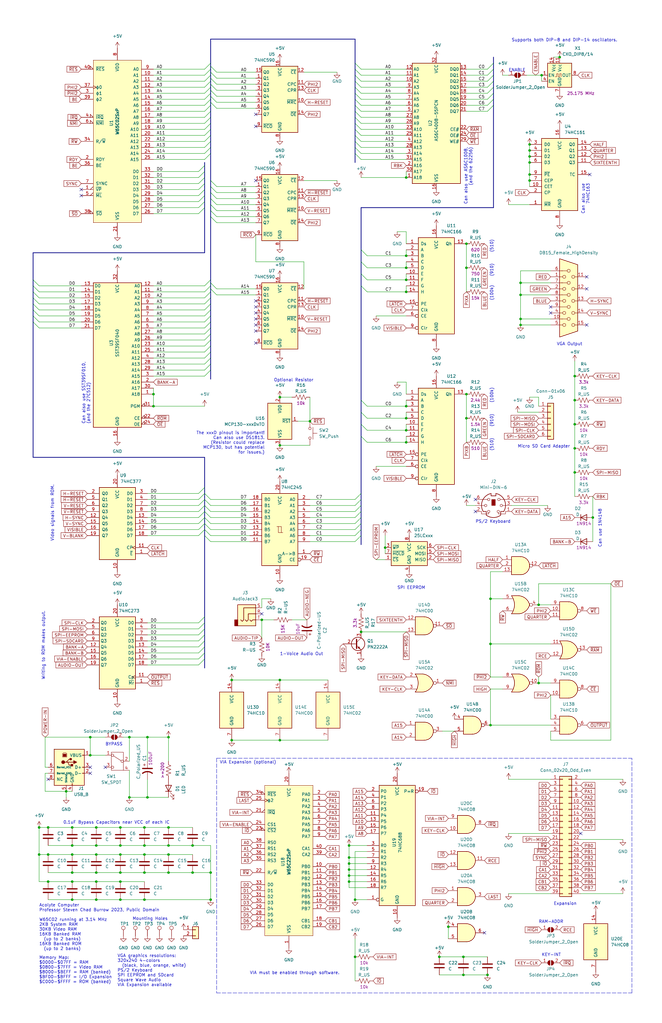
<source format=kicad_sch>
(kicad_sch (version 20211123) (generator eeschema)
  (paper "B" portrait)
  (junction (at 242.57 189.23))
  (junction (at 185.42 403.86))
  (junction (at 71.12 311.15))
  (junction (at 40.64 360.68))
  (junction (at 71.12 349.25))
  (junction (at 189.23 391.16))
  (junction (at 147.32 356.87))
  (junction (at 195.58 411.48))
  (junction (at 71.12 360.68))
  (junction (at 171.45 74.93))
  (junction (at 223.52 73.66))
  (junction (at 171.45 171.45))
  (junction (at 30.48 379.73))
  (junction (at 60.96 349.25))
  (junction (at 54.61 336.55))
  (junction (at 64.77 166.37))
  (junction (at 196.85 166.37))
  (junction (at 219.71 124.46))
  (junction (at 118.11 287.02))
  (junction (at 30.48 356.87))
  (junction (at 227.33 255.27))
  (junction (at 38.1 318.77))
  (junction (at 207.01 252.73))
  (junction (at 149.86 379.73))
  (junction (at 40.64 356.87))
  (junction (at 147.32 369.57))
  (junction (at 20.32 360.68))
  (junction (at 171.45 181.61))
  (junction (at 242.57 199.39))
  (junction (at 149.86 403.86))
  (junction (at 196.85 113.03))
  (junction (at 162.56 231.14))
  (junction (at 171.45 176.53))
  (junction (at 195.58 403.86))
  (junction (at 50.8 368.3))
  (junction (at 60.96 356.87))
  (junction (at 40.64 372.11))
  (junction (at 228.6 31.75))
  (junction (at 50.8 349.25))
  (junction (at 227.33 288.29))
  (junction (at 20.32 349.25))
  (junction (at 171.45 186.69))
  (junction (at 118.11 187.96))
  (junction (at 71.12 368.3))
  (junction (at 64.77 171.45))
  (junction (at 38.1 311.15))
  (junction (at 60.96 368.3))
  (junction (at 223.52 63.5))
  (junction (at 88.9 368.3))
  (junction (at 242.57 168.91))
  (junction (at 223.52 60.96))
  (junction (at 250.19 218.44))
  (junction (at 40.64 379.73))
  (junction (at 97.79 312.42))
  (junction (at 219.71 134.62))
  (junction (at 40.64 368.3))
  (junction (at 219.71 137.16))
  (junction (at 30.48 368.3))
  (junction (at 196.85 102.87))
  (junction (at 20.32 372.11))
  (junction (at 54.61 311.15))
  (junction (at 171.45 113.03))
  (junction (at 223.52 68.58))
  (junction (at 16.51 349.25))
  (junction (at 50.8 360.68))
  (junction (at 118.11 312.42))
  (junction (at 118.11 167.64))
  (junction (at 223.52 66.04))
  (junction (at 71.12 356.87))
  (junction (at 223.52 76.2))
  (junction (at 147.32 367.03))
  (junction (at 171.45 107.95))
  (junction (at 236.22 24.13))
  (junction (at 16.51 360.68))
  (junction (at 30.48 349.25))
  (junction (at 171.45 123.19))
  (junction (at 110.49 261.62))
  (junction (at 130.81 177.8))
  (junction (at 147.32 372.11))
  (junction (at 242.57 158.75))
  (junction (at 242.57 179.07))
  (junction (at 196.85 176.53))
  (junction (at 205.74 411.48))
  (junction (at 60.96 379.73))
  (junction (at 60.96 360.68))
  (junction (at 30.48 360.68))
  (junction (at 50.8 356.87))
  (junction (at 50.8 379.73))
  (junction (at 152.4 266.7))
  (junction (at 62.23 311.15))
  (junction (at 147.32 361.95))
  (junction (at 30.48 372.11))
  (junction (at 207.01 271.78))
  (junction (at 27.94 334.01))
  (junction (at 88.9 379.73))
  (junction (at 81.28 368.3))
  (junction (at 97.79 287.02))
  (junction (at 62.23 336.55))
  (junction (at 50.8 372.11))
  (junction (at 40.64 349.25))
  (junction (at 207.01 306.07))
  (junction (at 171.45 118.11))
  (junction (at 81.28 356.87))
  (junction (at 147.32 364.49))
  (junction (at 219.71 119.38))
  (no_connect (at 204.47 393.7))
  (no_connect (at 245.11 351.79))
  (no_connect (at 107.95 137.16))
  (no_connect (at 107.95 139.7))
  (no_connect (at 44.45 323.85))
  (no_connect (at 107.95 144.78))
  (no_connect (at 107.95 129.54))
  (no_connect (at 107.95 132.08))
  (no_connect (at 107.95 127))
  (no_connect (at 107.95 134.62))
  (no_connect (at 38.1 323.85))
  (no_connect (at 38.1 326.39))
  (no_connect (at 232.41 132.08))
  (no_connect (at 232.41 129.54))
  (no_connect (at 247.65 116.84))
  (no_connect (at 247.65 121.92))
  (no_connect (at 247.65 137.16))
  (no_connect (at 20.32 328.93))
  (no_connect (at 107.95 48.26))
  (no_connect (at 107.95 76.2))
  (no_connect (at 107.95 53.34))
  (no_connect (at 110.49 259.08))
  (no_connect (at 34.29 80.01))
  (no_connect (at 34.29 82.55))
  (no_connect (at 248.92 73.66))
  (no_connect (at 200.66 210.82))
  (no_connect (at 200.66 215.9))
  (bus_entry (at 149.86 54.61) (size 2.54 2.54))
  (bus_entry (at 88.9 218.44) (size -2.54 -2.54))
  (bus_entry (at 149.86 39.37) (size 2.54 2.54))
  (bus_entry (at 83.82 270.51) (size 2.54 -2.54))
  (bus_entry (at 16.51 123.19) (size -2.54 -2.54))
  (bus_entry (at 86.36 133.35) (size 2.54 -2.54))
  (bus_entry (at 149.86 62.23) (size 2.54 2.54))
  (bus_entry (at 149.86 64.77) (size 2.54 2.54))
  (bus_entry (at 83.82 267.97) (size 2.54 -2.54))
  (bus_entry (at 86.36 140.97) (size 2.54 -2.54))
  (bus_entry (at 149.86 26.67) (size 2.54 2.54))
  (bus_entry (at 88.9 215.9) (size -2.54 -2.54))
  (bus_entry (at 149.86 46.99) (size 2.54 2.54))
  (bus_entry (at 149.86 59.69) (size 2.54 2.54))
  (bus_entry (at 149.86 31.75) (size 2.54 2.54))
  (bus_entry (at 149.86 29.21) (size 2.54 2.54))
  (bus_entry (at 86.36 138.43) (size 2.54 -2.54))
  (bus_entry (at 88.9 226.06) (size -2.54 -2.54))
  (bus_entry (at 205.74 29.21) (size 2.54 -2.54))
  (bus_entry (at 88.9 119.38) (size 2.54 2.54))
  (bus_entry (at 149.86 213.36) (size 2.54 -2.54))
  (bus_entry (at 83.82 90.17) (size 2.54 -2.54))
  (bus_entry (at 83.82 85.09) (size 2.54 -2.54))
  (bus_entry (at 83.82 87.63) (size 2.54 -2.54))
  (bus_entry (at 83.82 82.55) (size 2.54 -2.54))
  (bus_entry (at 83.82 80.01) (size 2.54 -2.54))
  (bus_entry (at 149.86 228.6) (size 2.54 -2.54))
  (bus_entry (at 86.36 135.89) (size 2.54 -2.54))
  (bus_entry (at 16.51 133.35) (size -2.54 -2.54))
  (bus_entry (at 86.36 130.81) (size 2.54 -2.54))
  (bus_entry (at 149.86 57.15) (size 2.54 2.54))
  (bus_entry (at 88.9 88.9) (size 2.54 2.54))
  (bus_entry (at 86.36 67.31) (size 2.54 -2.54))
  (bus_entry (at 86.36 49.53) (size 2.54 -2.54))
  (bus_entry (at 86.36 46.99) (size 2.54 -2.54))
  (bus_entry (at 86.36 52.07) (size 2.54 -2.54))
  (bus_entry (at 86.36 57.15) (size 2.54 -2.54))
  (bus_entry (at 86.36 54.61) (size 2.54 -2.54))
  (bus_entry (at 86.36 64.77) (size 2.54 -2.54))
  (bus_entry (at 86.36 59.69) (size 2.54 -2.54))
  (bus_entry (at 86.36 62.23) (size 2.54 -2.54))
  (bus_entry (at 86.36 41.91) (size 2.54 -2.54))
  (bus_entry (at 86.36 44.45) (size 2.54 -2.54))
  (bus_entry (at 86.36 39.37) (size 2.54 -2.54))
  (bus_entry (at 86.36 34.29) (size 2.54 -2.54))
  (bus_entry (at 86.36 31.75) (size 2.54 -2.54))
  (bus_entry (at 86.36 29.21) (size 2.54 -2.54))
  (bus_entry (at 86.36 36.83) (size 2.54 -2.54))
  (bus_entry (at 86.36 120.65) (size 2.54 -2.54))
  (bus_entry (at 83.82 226.06) (size 2.54 -2.54))
  (bus_entry (at 83.82 275.59) (size 2.54 -2.54))
  (bus_entry (at 149.86 41.91) (size 2.54 2.54))
  (bus_entry (at 16.51 125.73) (size -2.54 -2.54))
  (bus_entry (at 149.86 215.9) (size 2.54 -2.54))
  (bus_entry (at 16.51 135.89) (size -2.54 -2.54))
  (bus_entry (at 149.86 223.52) (size 2.54 -2.54))
  (bus_entry (at 86.36 125.73) (size 2.54 -2.54))
  (bus_entry (at 86.36 156.21) (size 2.54 -2.54))
  (bus_entry (at 205.74 39.37) (size 2.54 -2.54))
  (bus_entry (at 152.4 168.91) (size 2.54 2.54))
  (bus_entry (at 149.86 49.53) (size 2.54 2.54))
  (bus_entry (at 83.82 208.28) (size 2.54 -2.54))
  (bus_entry (at 88.9 213.36) (size -2.54 -2.54))
  (bus_entry (at 88.9 86.36) (size 2.54 2.54))
  (bus_entry (at 88.9 210.82) (size -2.54 -2.54))
  (bus_entry (at 149.86 226.06) (size 2.54 -2.54))
  (bus_entry (at 205.74 44.45) (size 2.54 -2.54))
  (bus_entry (at 205.74 36.83) (size 2.54 -2.54))
  (bus_entry (at 86.36 158.75) (size 2.54 -2.54))
  (bus_entry (at 149.86 210.82) (size 2.54 -2.54))
  (bus_entry (at 88.9 83.82) (size 2.54 2.54))
  (bus_entry (at 16.51 128.27) (size -2.54 -2.54))
  (bus_entry (at 149.86 52.07) (size 2.54 2.54))
  (bus_entry (at 88.9 76.2) (size 2.54 2.54))
  (bus_entry (at 205.74 46.99) (size 2.54 -2.54))
  (bus_entry (at 83.82 223.52) (size 2.54 -2.54))
  (bus_entry (at 149.86 218.44) (size 2.54 -2.54))
  (bus_entry (at 16.51 120.65) (size -2.54 -2.54))
  (bus_entry (at 83.82 262.89) (size 2.54 -2.54))
  (bus_entry (at 83.82 278.13) (size 2.54 -2.54))
  (bus_entry (at 16.51 138.43) (size -2.54 -2.54))
  (bus_entry (at 88.9 223.52) (size -2.54 -2.54))
  (bus_entry (at 88.9 78.74) (size 2.54 2.54))
  (bus_entry (at 86.36 148.59) (size 2.54 -2.54))
  (bus_entry (at 83.82 218.44) (size 2.54 -2.54))
  (bus_entry (at 88.9 81.28) (size 2.54 2.54))
  (bus_entry (at 83.82 210.82) (size 2.54 -2.54))
  (bus_entry (at 88.9 33.02) (size 2.54 2.54))
  (bus_entry (at 88.9 35.56) (size 2.54 2.54))
  (bus_entry (at 88.9 38.1) (size 2.54 2.54))
  (bus_entry (at 88.9 40.64) (size 2.54 2.54))
  (bus_entry (at 88.9 43.18) (size 2.54 2.54))
  (bus_entry (at 88.9 27.94) (size 2.54 2.54))
  (bus_entry (at 88.9 30.48) (size 2.54 2.54))
  (bus_entry (at 205.74 41.91) (size 2.54 -2.54))
  (bus_entry (at 16.51 130.81) (size -2.54 -2.54))
  (bus_entry (at 149.86 36.83) (size 2.54 2.54))
  (bus_entry (at 83.82 213.36) (size 2.54 -2.54))
  (bus_entry (at 83.82 280.67) (size 2.54 -2.54))
  (bus_entry (at 83.82 265.43) (size 2.54 -2.54))
  (bus_entry (at 149.86 34.29) (size 2.54 2.54))
  (bus_entry (at 86.36 143.51) (size 2.54 -2.54))
  (bus_entry (at 149.86 44.45) (size 2.54 2.54))
  (bus_entry (at 205.74 31.75) (size 2.54 -2.54))
  (bus_entry (at 83.82 220.98) (size 2.54 -2.54))
  (bus_entry (at 88.9 121.92) (size 2.54 2.54))
  (bus_entry (at 86.36 151.13) (size 2.54 -2.54))
  (bus_entry (at 149.86 220.98) (size 2.54 -2.54))
  (bus_entry (at 86.36 128.27) (size 2.54 -2.54))
  (bus_entry (at 88.9 220.98) (size -2.54 -2.54))
  (bus_entry (at 88.9 228.6) (size -2.54 -2.54))
  (bus_entry (at 83.82 273.05) (size 2.54 -2.54))
  (bus_entry (at 86.36 153.67) (size 2.54 -2.54))
  (bus_entry (at 83.82 215.9) (size 2.54 -2.54))
  (bus_entry (at 86.36 123.19) (size 2.54 -2.54))
  (bus_entry (at 205.74 34.29) (size 2.54 -2.54))
  (bus_entry (at 152.4 179.07) (size 2.54 2.54))
  (bus_entry (at 152.4 184.15) (size 2.54 2.54))
  (bus_entry (at 152.4 173.99) (size 2.54 2.54))
  (bus_entry (at 152.4 120.65) (size 2.54 2.54))
  (bus_entry (at 152.4 115.57) (size 2.54 2.54))
  (bus_entry (at 152.4 110.49) (size 2.54 2.54))
  (bus_entry (at 152.4 105.41) (size 2.54 2.54))
  (bus_entry (at 83.82 77.47) (size 2.54 -2.54))
  (bus_entry (at 83.82 74.93) (size 2.54 -2.54))
  (bus_entry (at 83.82 72.39) (size 2.54 -2.54))
  (bus_entry (at 88.9 91.44) (size 2.54 2.54))
  (bus_entry (at 86.36 146.05) (size 2.54 -2.54))
  (wire (pts (xy 219.71 137.16) (xy 232.41 137.16)))
  (wire (pts (xy 62.23 328.93) (xy 62.23 336.55)))
  (bus (pts (xy 88.9 59.69) (xy 88.9 62.23)))
  (bus (pts (xy 88.9 33.02) (xy 88.9 34.29)))
  (wire (pts (xy 88.9 223.52) (xy 105.41 223.52)))
  (wire (pts (xy 54.61 325.12) (xy 54.61 336.55)))
  (wire (pts (xy 158.75 196.85) (xy 171.45 196.85)))
  (bus (pts (xy 149.86 57.15) (xy 149.86 59.69)))
  (bus (pts (xy 88.9 83.82) (xy 88.9 86.36)))
  (wire (pts (xy 152.4 34.29) (xy 171.45 34.29)))
  (wire (pts (xy 34.29 135.89) (xy 16.51 135.89)))
  (wire (pts (xy 88.9 228.6) (xy 105.41 228.6)))
  (wire (pts (xy 232.41 312.42) (xy 232.41 308.61)))
  (wire (pts (xy 171.45 184.15) (xy 171.45 186.69)))
  (wire (pts (xy 60.96 349.25) (xy 71.12 349.25)))
  (bus (pts (xy 149.86 26.67) (xy 149.86 29.21)))
  (wire (pts (xy 171.45 120.65) (xy 171.45 123.19)))
  (wire (pts (xy 223.52 60.96) (xy 223.52 63.5)))
  (bus (pts (xy 88.9 120.65) (xy 88.9 121.92)))
  (wire (pts (xy 130.81 215.9) (xy 149.86 215.9)))
  (bus (pts (xy 88.9 123.19) (xy 88.9 125.73)))
  (wire (pts (xy 152.4 62.23) (xy 171.45 62.23)))
  (wire (pts (xy 88.9 368.3) (xy 88.9 356.87)))
  (wire (pts (xy 257.81 312.42) (xy 232.41 312.42)))
  (wire (pts (xy 147.32 356.87) (xy 154.94 356.87)))
  (bus (pts (xy 88.9 31.75) (xy 88.9 33.02)))
  (bus (pts (xy 88.9 146.05) (xy 88.9 148.59)))
  (wire (pts (xy 91.44 124.46) (xy 107.95 124.46)))
  (wire (pts (xy 118.11 312.42) (xy 138.43 312.42)))
  (wire (pts (xy 152.4 29.21) (xy 171.45 29.21)))
  (wire (pts (xy 88.9 356.87) (xy 81.28 356.87)))
  (bus (pts (xy 88.9 46.99) (xy 88.9 49.53)))
  (wire (pts (xy 227.33 246.38) (xy 257.81 246.38)))
  (wire (pts (xy 154.94 113.03) (xy 171.45 113.03)))
  (wire (pts (xy 97.79 312.42) (xy 118.11 312.42)))
  (bus (pts (xy 88.9 62.23) (xy 88.9 64.77)))
  (wire (pts (xy 30.48 379.73) (xy 40.64 379.73)))
  (bus (pts (xy 88.9 30.48) (xy 88.9 31.75)))
  (wire (pts (xy 64.77 156.21) (xy 86.36 156.21)))
  (wire (pts (xy 171.45 168.91) (xy 171.45 171.45)))
  (wire (pts (xy 196.85 31.75) (xy 205.74 31.75)))
  (wire (pts (xy 88.9 215.9) (xy 105.41 215.9)))
  (bus (pts (xy 13.97 193.04) (xy 86.36 193.04)))
  (wire (pts (xy 219.71 124.46) (xy 219.71 134.62)))
  (wire (pts (xy 91.44 40.64) (xy 107.95 40.64)))
  (bus (pts (xy 149.86 31.75) (xy 149.86 34.29)))
  (bus (pts (xy 208.28 36.83) (xy 208.28 39.37)))
  (wire (pts (xy 16.51 349.25) (xy 20.32 349.25)))
  (wire (pts (xy 147.32 374.65) (xy 154.94 374.65)))
  (wire (pts (xy 91.44 33.02) (xy 107.95 33.02)))
  (bus (pts (xy 208.28 31.75) (xy 208.28 34.29)))
  (wire (pts (xy 64.77 41.91) (xy 86.36 41.91)))
  (wire (pts (xy 207.01 252.73) (xy 212.09 252.73)))
  (wire (pts (xy 34.29 123.19) (xy 16.51 123.19)))
  (wire (pts (xy 64.77 59.69) (xy 86.36 59.69)))
  (bus (pts (xy 152.4 213.36) (xy 152.4 210.82)))
  (wire (pts (xy 30.48 356.87) (xy 40.64 356.87)))
  (bus (pts (xy 152.4 173.99) (xy 152.4 168.91)))
  (bus (pts (xy 86.36 87.63) (xy 86.36 106.68)))
  (wire (pts (xy 262.89 354.33) (xy 245.11 354.33)))
  (wire (pts (xy 52.07 311.15) (xy 54.61 311.15)))
  (bus (pts (xy 86.36 74.93) (xy 86.36 77.47)))
  (wire (pts (xy 128.27 30.48) (xy 142.24 30.48)))
  (wire (pts (xy 34.29 128.27) (xy 16.51 128.27)))
  (wire (pts (xy 62.23 215.9) (xy 83.82 215.9)))
  (bus (pts (xy 86.36 215.9) (xy 86.36 218.44)))
  (wire (pts (xy 30.48 372.11) (xy 40.64 372.11)))
  (bus (pts (xy 149.86 34.29) (xy 149.86 36.83)))
  (wire (pts (xy 30.48 349.25) (xy 40.64 349.25)))
  (bus (pts (xy 88.9 135.89) (xy 88.9 138.43)))
  (bus (pts (xy 152.4 218.44) (xy 152.4 215.9)))
  (wire (pts (xy 50.8 372.11) (xy 60.96 372.11)))
  (wire (pts (xy 88.9 220.98) (xy 105.41 220.98)))
  (bus (pts (xy 88.9 86.36) (xy 88.9 88.9)))
  (bus (pts (xy 88.9 78.74) (xy 88.9 81.28)))
  (wire (pts (xy 62.23 278.13) (xy 83.82 278.13)))
  (wire (pts (xy 20.32 326.39) (xy 19.05 326.39)))
  (wire (pts (xy 171.45 115.57) (xy 171.45 118.11)))
  (bus (pts (xy 88.9 128.27) (xy 88.9 130.81)))
  (wire (pts (xy 64.77 143.51) (xy 86.36 143.51)))
  (wire (pts (xy 81.28 368.3) (xy 71.12 368.3)))
  (wire (pts (xy 71.12 360.68) (xy 81.28 360.68)))
  (bus (pts (xy 152.4 173.99) (xy 152.4 179.07)))
  (wire (pts (xy 250.19 218.44) (xy 250.19 228.6)))
  (bus (pts (xy 88.9 91.44) (xy 88.9 118.11)))
  (bus (pts (xy 86.36 262.89) (xy 86.36 265.43)))
  (wire (pts (xy 91.44 93.98) (xy 107.95 93.98)))
  (wire (pts (xy 123.19 167.64) (xy 118.11 167.64)))
  (wire (pts (xy 64.77 46.99) (xy 86.36 46.99)))
  (wire (pts (xy 107.95 110.49) (xy 128.27 110.49)))
  (wire (pts (xy 167.64 97.79) (xy 171.45 97.79)))
  (wire (pts (xy 228.6 31.75) (xy 228.6 34.29)))
  (bus (pts (xy 149.86 44.45) (xy 149.86 46.99)))
  (wire (pts (xy 130.81 228.6) (xy 149.86 228.6)))
  (wire (pts (xy 232.41 114.3) (xy 219.71 114.3)))
  (wire (pts (xy 64.77 171.45) (xy 86.36 171.45)))
  (wire (pts (xy 64.77 85.09) (xy 83.82 85.09)))
  (bus (pts (xy 86.36 273.05) (xy 86.36 275.59)))
  (wire (pts (xy 207.01 271.78) (xy 232.41 271.78)))
  (bus (pts (xy 13.97 133.35) (xy 13.97 135.89)))
  (bus (pts (xy 149.86 46.99) (xy 149.86 49.53)))
  (wire (pts (xy 118.11 187.96) (xy 130.81 187.96)))
  (wire (pts (xy 128.27 76.2) (xy 142.24 76.2)))
  (wire (pts (xy 62.23 336.55) (xy 71.12 336.55)))
  (wire (pts (xy 71.12 368.3) (xy 60.96 368.3)))
  (wire (pts (xy 207.01 241.3) (xy 212.09 241.3)))
  (wire (pts (xy 154.94 379.73) (xy 149.86 379.73)))
  (wire (pts (xy 207.01 241.3) (xy 207.01 252.73)))
  (bus (pts (xy 86.36 270.51) (xy 86.36 273.05)))
  (wire (pts (xy 64.77 163.83) (xy 64.77 166.37)))
  (bus (pts (xy 88.9 76.2) (xy 88.9 78.74)))
  (wire (pts (xy 62.23 275.59) (xy 83.82 275.59)))
  (bus (pts (xy 149.86 62.23) (xy 149.86 64.77)))
  (bus (pts (xy 88.9 41.91) (xy 88.9 43.18)))
  (wire (pts (xy 242.57 168.91) (xy 242.57 179.07)))
  (wire (pts (xy 212.09 31.75) (xy 214.63 31.75)))
  (wire (pts (xy 152.4 57.15) (xy 171.45 57.15)))
  (polyline (pts (xy 91.44 320.04) (xy 91.44 419.1)))
  (wire (pts (xy 81.28 356.87) (xy 71.12 356.87)))
  (wire (pts (xy 64.77 153.67) (xy 86.36 153.67)))
  (bus (pts (xy 88.9 26.67) (xy 88.9 27.94)))
  (wire (pts (xy 64.77 151.13) (xy 86.36 151.13)))
  (bus (pts (xy 149.86 52.07) (xy 149.86 54.61)))
  (wire (pts (xy 147.32 361.95) (xy 147.32 364.49)))
  (wire (pts (xy 16.51 360.68) (xy 20.32 360.68)))
  (wire (pts (xy 262.89 377.19) (xy 245.11 377.19)))
  (bus (pts (xy 88.9 43.18) (xy 88.9 44.45)))
  (wire (pts (xy 152.4 52.07) (xy 171.45 52.07)))
  (wire (pts (xy 158.75 133.35) (xy 171.45 133.35)))
  (wire (pts (xy 64.77 57.15) (xy 86.36 57.15)))
  (wire (pts (xy 242.57 199.39) (xy 242.57 209.55)))
  (bus (pts (xy 86.36 82.55) (xy 86.36 85.09)))
  (wire (pts (xy 219.71 134.62) (xy 219.71 137.16)))
  (wire (pts (xy 62.23 218.44) (xy 83.82 218.44)))
  (wire (pts (xy 223.52 167.64) (xy 227.33 167.64)))
  (bus (pts (xy 88.9 151.13) (xy 88.9 153.67)))
  (wire (pts (xy 110.49 261.62) (xy 115.57 261.62)))
  (wire (pts (xy 50.8 349.25) (xy 60.96 349.25)))
  (wire (pts (xy 195.58 403.86) (xy 205.74 403.86)))
  (wire (pts (xy 147.32 367.03) (xy 147.32 369.57)))
  (bus (pts (xy 88.9 88.9) (xy 88.9 91.44)))
  (bus (pts (xy 86.36 265.43) (xy 86.36 267.97)))
  (wire (pts (xy 50.8 360.68) (xy 60.96 360.68)))
  (wire (pts (xy 171.45 105.41) (xy 171.45 107.95)))
  (bus (pts (xy 152.4 105.41) (xy 152.4 110.49)))
  (wire (pts (xy 88.9 368.3) (xy 81.28 368.3)))
  (bus (pts (xy 88.9 121.92) (xy 88.9 123.19)))
  (wire (pts (xy 152.4 49.53) (xy 171.45 49.53)))
  (polyline (pts (xy 91.44 419.1) (xy 266.7 419.1)))
  (wire (pts (xy 110.49 252.73) (xy 114.3 252.73)))
  (bus (pts (xy 152.4 110.49) (xy 152.4 115.57)))
  (wire (pts (xy 64.77 125.73) (xy 86.36 125.73)))
  (wire (pts (xy 196.85 36.83) (xy 205.74 36.83)))
  (bus (pts (xy 88.9 40.64) (xy 88.9 41.91)))
  (wire (pts (xy 147.32 369.57) (xy 154.94 369.57)))
  (wire (pts (xy 50.8 368.3) (xy 40.64 368.3)))
  (bus (pts (xy 88.9 64.77) (xy 88.9 76.2)))
  (wire (pts (xy 130.81 213.36) (xy 149.86 213.36)))
  (wire (pts (xy 54.61 311.15) (xy 54.61 321.31)))
  (bus (pts (xy 152.4 223.52) (xy 152.4 226.06)))
  (bus (pts (xy 149.86 54.61) (xy 149.86 57.15)))
  (bus (pts (xy 88.9 16.51) (xy 88.9 26.67)))
  (wire (pts (xy 62.23 280.67) (xy 83.82 280.67)))
  (bus (pts (xy 86.36 210.82) (xy 86.36 213.36)))
  (wire (pts (xy 215.9 213.36) (xy 231.14 213.36)))
  (bus (pts (xy 86.36 85.09) (xy 86.36 87.63)))
  (wire (pts (xy 64.77 64.77) (xy 86.36 64.77)))
  (wire (pts (xy 130.81 223.52) (xy 149.86 223.52)))
  (wire (pts (xy 71.12 311.15) (xy 71.12 321.31)))
  (wire (pts (xy 152.4 46.99) (xy 171.45 46.99)))
  (wire (pts (xy 64.77 123.19) (xy 86.36 123.19)))
  (wire (pts (xy 152.4 44.45) (xy 171.45 44.45)))
  (wire (pts (xy 250.19 209.55) (xy 250.19 218.44)))
  (wire (pts (xy 40.64 360.68) (xy 50.8 360.68)))
  (bus (pts (xy 86.36 223.52) (xy 86.36 226.06)))
  (bus (pts (xy 152.4 87.63) (xy 152.4 105.41)))
  (wire (pts (xy 64.77 49.53) (xy 86.36 49.53)))
  (wire (pts (xy 62.23 208.28) (xy 83.82 208.28)))
  (bus (pts (xy 88.9 35.56) (xy 88.9 36.83)))
  (bus (pts (xy 88.9 36.83) (xy 88.9 38.1)))
  (bus (pts (xy 149.86 39.37) (xy 149.86 41.91)))
  (wire (pts (xy 64.77 138.43) (xy 86.36 138.43)))
  (bus (pts (xy 88.9 52.07) (xy 88.9 54.61)))
  (wire (pts (xy 152.4 67.31) (xy 171.45 67.31)))
  (wire (pts (xy 62.23 265.43) (xy 83.82 265.43)))
  (wire (pts (xy 227.33 167.64) (xy 227.33 171.45)))
  (wire (pts (xy 171.45 110.49) (xy 171.45 113.03)))
  (bus (pts (xy 88.9 27.94) (xy 88.9 29.21)))
  (wire (pts (xy 62.23 223.52) (xy 83.82 223.52)))
  (bus (pts (xy 152.4 226.06) (xy 152.4 229.87)))
  (wire (pts (xy 207.01 290.83) (xy 212.09 290.83)))
  (wire (pts (xy 223.52 63.5) (xy 223.52 66.04)))
  (wire (pts (xy 262.89 328.93) (xy 245.11 328.93)))
  (wire (pts (xy 60.96 356.87) (xy 50.8 356.87)))
  (wire (pts (xy 130.81 177.8) (xy 125.73 177.8)))
  (wire (pts (xy 186.69 308.61) (xy 191.77 308.61)))
  (bus (pts (xy 88.9 140.97) (xy 88.9 143.51)))
  (bus (pts (xy 88.9 39.37) (xy 88.9 40.64)))
  (wire (pts (xy 19.05 334.01) (xy 27.94 334.01)))
  (bus (pts (xy 86.36 77.47) (xy 86.36 80.01)))
  (wire (pts (xy 91.44 83.82) (xy 107.95 83.82)))
  (bus (pts (xy 149.86 16.51) (xy 149.86 26.67)))
  (wire (pts (xy 91.44 45.72) (xy 107.95 45.72)))
  (bus (pts (xy 86.36 106.68) (xy 13.97 106.68)))
  (wire (pts (xy 233.68 24.13) (xy 236.22 24.13)))
  (wire (pts (xy 91.44 81.28) (xy 107.95 81.28)))
  (wire (pts (xy 19.05 326.39) (xy 19.05 334.01)))
  (bus (pts (xy 86.36 275.59) (xy 86.36 278.13)))
  (wire (pts (xy 88.9 213.36) (xy 105.41 213.36)))
  (wire (pts (xy 227.33 285.75) (xy 227.33 288.29)))
  (wire (pts (xy 60.96 360.68) (xy 71.12 360.68)))
  (bus (pts (xy 208.28 41.91) (xy 208.28 44.45)))
  (wire (pts (xy 91.44 78.74) (xy 107.95 78.74)))
  (wire (pts (xy 30.48 368.3) (xy 40.64 368.3)))
  (bus (pts (xy 86.36 213.36) (xy 86.36 215.9)))
  (wire (pts (xy 152.4 59.69) (xy 171.45 59.69)))
  (wire (pts (xy 71.12 356.87) (xy 60.96 356.87)))
  (bus (pts (xy 86.36 69.85) (xy 86.36 72.39)))
  (bus (pts (xy 152.4 87.63) (xy 208.28 87.63)))
  (bus (pts (xy 13.97 106.68) (xy 13.97 118.11)))
  (wire (pts (xy 60.96 379.73) (xy 88.9 379.73)))
  (wire (pts (xy 27.94 334.01) (xy 30.48 334.01)))
  (wire (pts (xy 149.86 359.41) (xy 149.86 379.73)))
  (wire (pts (xy 196.85 113.03) (xy 196.85 102.87)))
  (wire (pts (xy 62.23 262.89) (xy 83.82 262.89)))
  (wire (pts (xy 154.94 176.53) (xy 171.45 176.53)))
  (polyline (pts (xy 266.7 419.1) (xy 266.7 320.04)))
  (wire (pts (xy 222.25 31.75) (xy 228.6 31.75)))
  (wire (pts (xy 207.01 290.83) (xy 207.01 306.07)))
  (wire (pts (xy 171.45 266.7) (xy 152.4 266.7)))
  (wire (pts (xy 34.29 133.35) (xy 16.51 133.35)))
  (wire (pts (xy 207.01 306.07) (xy 232.41 306.07)))
  (wire (pts (xy 16.51 349.25) (xy 16.51 360.68)))
  (bus (pts (xy 149.86 49.53) (xy 149.86 52.07)))
  (wire (pts (xy 91.44 121.92) (xy 107.95 121.92)))
  (bus (pts (xy 149.86 41.91) (xy 149.86 44.45)))
  (wire (pts (xy 232.41 134.62) (xy 219.71 134.62)))
  (wire (pts (xy 64.77 80.01) (xy 83.82 80.01)))
  (wire (pts (xy 88.9 210.82) (xy 105.41 210.82)))
  (wire (pts (xy 62.23 311.15) (xy 62.23 321.31)))
  (bus (pts (xy 86.36 278.13) (xy 86.36 281.94)))
  (wire (pts (xy 91.44 88.9) (xy 107.95 88.9)))
  (bus (pts (xy 152.4 220.98) (xy 152.4 223.52)))
  (bus (pts (xy 208.28 29.21) (xy 208.28 31.75)))
  (wire (pts (xy 118.11 287.02) (xy 138.43 287.02)))
  (wire (pts (xy 154.94 186.69) (xy 171.45 186.69)))
  (wire (pts (xy 147.32 372.11) (xy 154.94 372.11)))
  (wire (pts (xy 130.81 218.44) (xy 149.86 218.44)))
  (wire (pts (xy 64.77 158.75) (xy 86.36 158.75)))
  (wire (pts (xy 40.64 349.25) (xy 50.8 349.25)))
  (wire (pts (xy 257.81 246.38) (xy 257.81 312.42)))
  (bus (pts (xy 86.36 260.35) (xy 86.36 262.89)))
  (wire (pts (xy 223.52 68.58) (xy 223.52 73.66)))
  (wire (pts (xy 171.45 173.99) (xy 171.45 176.53)))
  (wire (pts (xy 64.77 52.07) (xy 86.36 52.07)))
  (wire (pts (xy 38.1 311.15) (xy 44.45 311.15)))
  (wire (pts (xy 154.94 118.11) (xy 171.45 118.11)))
  (wire (pts (xy 232.41 293.37) (xy 232.41 303.53)))
  (bus (pts (xy 88.9 143.51) (xy 88.9 146.05)))
  (wire (pts (xy 91.44 43.18) (xy 107.95 43.18)))
  (wire (pts (xy 62.23 273.05) (xy 83.82 273.05)))
  (wire (pts (xy 64.77 146.05) (xy 86.36 146.05)))
  (wire (pts (xy 27.94 336.55) (xy 27.94 334.01)))
  (wire (pts (xy 64.77 29.21) (xy 86.36 29.21)))
  (wire (pts (xy 242.57 158.75) (xy 242.57 168.91)))
  (bus (pts (xy 88.9 57.15) (xy 88.9 59.69)))
  (wire (pts (xy 214.63 377.19) (xy 232.41 377.19)))
  (wire (pts (xy 207.01 285.75) (xy 212.09 285.75)))
  (wire (pts (xy 154.94 171.45) (xy 171.45 171.45)))
  (bus (pts (xy 152.4 115.57) (xy 152.4 120.65)))
  (wire (pts (xy 20.32 356.87) (xy 30.48 356.87)))
  (wire (pts (xy 171.45 97.79) (xy 171.45 102.87)))
  (wire (pts (xy 97.79 287.02) (xy 118.11 287.02)))
  (bus (pts (xy 88.9 44.45) (xy 88.9 46.99)))
  (wire (pts (xy 62.23 210.82) (xy 83.82 210.82)))
  (bus (pts (xy 86.36 226.06) (xy 86.36 260.35)))
  (wire (pts (xy 38.1 311.15) (xy 38.1 318.77)))
  (wire (pts (xy 64.77 148.59) (xy 86.36 148.59)))
  (wire (pts (xy 147.32 356.87) (xy 147.32 361.95)))
  (wire (pts (xy 60.96 379.73) (xy 50.8 379.73)))
  (wire (pts (xy 147.32 369.57) (xy 147.32 372.11)))
  (bus (pts (xy 208.28 26.67) (xy 208.28 29.21)))
  (wire (pts (xy 219.71 119.38) (xy 219.71 124.46)))
  (bus (pts (xy 86.36 220.98) (xy 86.36 223.52)))
  (bus (pts (xy 88.9 81.28) (xy 88.9 83.82)))
  (wire (pts (xy 64.77 128.27) (xy 86.36 128.27)))
  (bus (pts (xy 88.9 138.43) (xy 88.9 140.97)))
  (bus (pts (xy 88.9 118.11) (xy 88.9 119.38)))
  (wire (pts (xy 91.44 91.44) (xy 107.95 91.44)))
  (wire (pts (xy 20.32 349.25) (xy 30.48 349.25)))
  (wire (pts (xy 20.32 360.68) (xy 30.48 360.68)))
  (wire (pts (xy 152.4 31.75) (xy 171.45 31.75)))
  (wire (pts (xy 218.44 173.99) (xy 227.33 173.99)))
  (wire (pts (xy 71.12 349.25) (xy 81.28 349.25)))
  (wire (pts (xy 16.51 372.11) (xy 20.32 372.11)))
  (bus (pts (xy 88.9 54.61) (xy 88.9 57.15)))
  (wire (pts (xy 91.44 30.48) (xy 107.95 30.48)))
  (wire (pts (xy 64.77 72.39) (xy 83.82 72.39)))
  (bus (pts (xy 152.4 120.65) (xy 152.4 168.91)))
  (wire (pts (xy 110.49 261.62) (xy 110.49 269.24)))
  (bus (pts (xy 208.28 24.13) (xy 208.28 26.67)))
  (wire (pts (xy 64.77 36.83) (xy 86.36 36.83)))
  (bus (pts (xy 88.9 29.21) (xy 88.9 30.48)))
  (wire (pts (xy 185.42 403.86) (xy 195.58 403.86)))
  (wire (pts (xy 34.29 130.81) (xy 16.51 130.81)))
  (wire (pts (xy 64.77 34.29) (xy 86.36 34.29)))
  (wire (pts (xy 152.4 54.61) (xy 171.45 54.61)))
  (wire (pts (xy 60.96 368.3) (xy 50.8 368.3)))
  (wire (pts (xy 149.86 403.86) (xy 149.86 414.02)))
  (bus (pts (xy 86.36 193.04) (xy 86.36 205.74)))
  (wire (pts (xy 34.29 120.65) (xy 16.51 120.65)))
  (wire (pts (xy 147.32 367.03) (xy 154.94 367.03)))
  (wire (pts (xy 64.77 31.75) (xy 86.36 31.75)))
  (bus (pts (xy 152.4 184.15) (xy 152.4 179.07)))
  (bus (pts (xy 152.4 210.82) (xy 152.4 208.28)))
  (wire (pts (xy 154.94 123.19) (xy 171.45 123.19)))
  (wire (pts (xy 19.05 311.15) (xy 38.1 311.15)))
  (wire (pts (xy 64.77 120.65) (xy 86.36 120.65)))
  (wire (pts (xy 64.77 130.81) (xy 86.36 130.81)))
  (wire (pts (xy 154.94 181.61) (xy 171.45 181.61)))
  (wire (pts (xy 158.75 236.22) (xy 162.56 236.22)))
  (wire (pts (xy 152.4 36.83) (xy 171.45 36.83)))
  (wire (pts (xy 64.77 54.61) (xy 86.36 54.61)))
  (bus (pts (xy 13.97 128.27) (xy 13.97 130.81)))
  (wire (pts (xy 62.23 226.06) (xy 83.82 226.06)))
  (wire (pts (xy 62.23 267.97) (xy 83.82 267.97)))
  (bus (pts (xy 86.36 72.39) (xy 86.36 74.93)))
  (bus (pts (xy 13.97 125.73) (xy 13.97 128.27)))
  (wire (pts (xy 19.05 323.85) (xy 19.05 311.15)))
  (wire (pts (xy 64.77 133.35) (xy 86.36 133.35)))
  (wire (pts (xy 162.56 231.14) (xy 162.56 233.68)))
  (bus (pts (xy 152.4 220.98) (xy 152.4 218.44)))
  (bus (pts (xy 86.36 68.58) (xy 86.36 69.85)))
  (bus (pts (xy 13.97 120.65) (xy 13.97 123.19)))
  (bus (pts (xy 13.97 123.19) (xy 13.97 125.73)))
  (wire (pts (xy 20.32 379.73) (xy 30.48 379.73)))
  (wire (pts (xy 149.86 359.41) (xy 154.94 359.41)))
  (wire (pts (xy 152.4 39.37) (xy 171.45 39.37)))
  (wire (pts (xy 242.57 179.07) (xy 242.57 189.23)))
  (wire (pts (xy 50.8 356.87) (xy 40.64 356.87)))
  (bus (pts (xy 86.36 80.01) (xy 86.36 82.55)))
  (wire (pts (xy 152.4 64.77) (xy 171.45 64.77)))
  (wire (pts (xy 167.64 161.29) (xy 171.45 161.29)))
  (wire (pts (xy 38.1 318.77) (xy 44.45 318.77)))
  (bus (pts (xy 88.9 148.59) (xy 88.9 151.13)))
  (wire (pts (xy 196.85 176.53) (xy 196.85 186.69)))
  (wire (pts (xy 207.01 252.73) (xy 207.01 271.78)))
  (bus (pts (xy 88.9 133.35) (xy 88.9 135.89)))
  (wire (pts (xy 195.58 411.48) (xy 205.74 411.48)))
  (wire (pts (xy 64.77 166.37) (xy 64.77 171.45)))
  (wire (pts (xy 189.23 391.16) (xy 189.23 396.24)))
  (wire (pts (xy 242.57 152.4) (xy 242.57 158.75)))
  (wire (pts (xy 171.45 161.29) (xy 171.45 166.37)))
  (wire (pts (xy 64.77 82.55) (xy 83.82 82.55)))
  (wire (pts (xy 171.45 74.93) (xy 171.45 72.39)))
  (wire (pts (xy 40.64 372.11) (xy 50.8 372.11)))
  (bus (pts (xy 88.9 16.51) (xy 149.86 16.51)))
  (wire (pts (xy 196.85 34.29) (xy 205.74 34.29)))
  (bus (pts (xy 86.36 267.97) (xy 86.36 270.51)))
  (wire (pts (xy 20.32 372.11) (xy 30.48 372.11)))
  (bus (pts (xy 88.9 153.67) (xy 88.9 156.21)))
  (wire (pts (xy 149.86 396.24) (xy 149.86 403.86)))
  (wire (pts (xy 219.71 114.3) (xy 219.71 119.38)))
  (wire (pts (xy 196.85 39.37) (xy 205.74 39.37)))
  (wire (pts (xy 171.45 179.07) (xy 171.45 181.61)))
  (wire (pts (xy 91.44 35.56) (xy 107.95 35.56)))
  (wire (pts (xy 196.85 113.03) (xy 196.85 123.19)))
  (wire (pts (xy 154.94 107.95) (xy 171.45 107.95)))
  (wire (pts (xy 20.32 368.3) (xy 30.48 368.3)))
  (wire (pts (xy 196.85 44.45) (xy 205.74 44.45)))
  (wire (pts (xy 64.77 44.45) (xy 86.36 44.45)))
  (bus (pts (xy 88.9 119.38) (xy 88.9 120.65)))
  (wire (pts (xy 64.77 39.37) (xy 86.36 39.37)))
  (wire (pts (xy 62.23 336.55) (xy 54.61 336.55)))
  (wire (pts (xy 196.85 166.37) (xy 196.85 176.53)))
  (wire (pts (xy 196.85 29.21) (xy 205.74 29.21)))
  (wire (pts (xy 152.4 41.91) (xy 171.45 41.91)))
  (bus (pts (xy 86.36 208.28) (xy 86.36 210.82)))
  (bus (pts (xy 13.97 118.11) (xy 13.97 120.65)))
  (wire (pts (xy 64.77 87.63) (xy 83.82 87.63)))
  (wire (pts (xy 91.44 38.1) (xy 107.95 38.1)))
  (wire (pts (xy 227.33 246.38) (xy 227.33 255.27)))
  (wire (pts (xy 88.9 379.73) (xy 88.9 368.3)))
  (wire (pts (xy 130.81 210.82) (xy 149.86 210.82)))
  (wire (pts (xy 64.77 62.23) (xy 86.36 62.23)))
  (bus (pts (xy 88.9 34.29) (xy 88.9 35.56)))
  (wire (pts (xy 232.41 351.79) (xy 214.63 351.79)))
  (polyline (pts (xy 91.44 320.04) (xy 266.7 320.04)))
  (wire (pts (xy 62.23 213.36) (xy 83.82 213.36)))
  (wire (pts (xy 196.85 46.99) (xy 205.74 46.99)))
  (wire (pts (xy 64.77 135.89) (xy 86.36 135.89)))
  (wire (pts (xy 64.77 74.93) (xy 83.82 74.93)))
  (bus (pts (xy 149.86 29.21) (xy 149.86 31.75)))
  (wire (pts (xy 196.85 213.36) (xy 200.66 213.36)))
  (wire (pts (xy 130.81 226.06) (xy 149.86 226.06)))
  (wire (pts (xy 207.01 271.78) (xy 207.01 285.75)))
  (bus (pts (xy 86.36 218.44) (xy 86.36 220.98)))
  (wire (pts (xy 196.85 41.91) (xy 205.74 41.91)))
  (wire (pts (xy 64.77 90.17) (xy 83.82 90.17)))
  (bus (pts (xy 152.4 215.9) (xy 152.4 213.36)))
  (wire (pts (xy 147.32 364.49) (xy 147.32 367.03)))
  (bus (pts (xy 88.9 156.21) (xy 88.9 160.02)))
  (wire (pts (xy 88.9 218.44) (xy 105.41 218.44)))
  (bus (pts (xy 88.9 130.81) (xy 88.9 133.35)))
  (wire (pts (xy 128.27 110.49) (xy 128.27 121.92)))
  (wire (pts (xy 91.44 86.36) (xy 107.95 86.36)))
  (wire (pts (xy 219.71 119.38) (xy 232.41 119.38)))
  (wire (pts (xy 30.48 360.68) (xy 40.64 360.68)))
  (bus (pts (xy 86.36 208.28) (xy 86.36 205.74)))
  (wire (pts (xy 130.81 220.98) (xy 149.86 220.98)))
  (wire (pts (xy 152.4 74.93) (xy 171.45 74.93)))
  (wire (pts (xy 62.23 270.51) (xy 83.82 270.51)))
  (wire (pts (xy 34.29 125.73) (xy 16.51 125.73)))
  (wire (pts (xy 223.52 66.04) (xy 223.52 68.58)))
  (wire (pts (xy 64.77 77.47) (xy 83.82 77.47)))
  (wire (pts (xy 232.41 255.27) (xy 227.33 255.27)))
  (bus (pts (xy 149.86 59.69) (xy 149.86 62.23)))
  (wire (pts (xy 62.23 220.98) (xy 83.82 220.98)))
  (wire (pts (xy 129.54 261.62) (xy 123.19 261.62)))
  (wire (pts (xy 227.33 288.29) (xy 232.41 288.29)))
  (wire (pts (xy 34.29 138.43) (xy 16.51 138.43)))
  (wire (pts (xy 88.9 226.06) (xy 105.41 226.06)))
  (wire (pts (xy 147.32 364.49) (xy 154.94 364.49)))
  (wire (pts (xy 16.51 360.68) (xy 16.51 372.11)))
  (wire (pts (xy 130.81 167.64) (xy 130.81 177.8)))
  (bus (pts (xy 13.97 135.89) (xy 13.97 193.04)))
  (wire (pts (xy 54.61 311.15) (xy 62.23 311.15)))
  (wire (pts (xy 147.32 372.11) (xy 147.32 374.65)))
  (wire (pts (xy 214.63 328.93) (xy 232.41 328.93)))
  (wire (pts (xy 223.52 73.66) (xy 223.52 76.2)))
  (bus (pts (xy 149.86 64.77) (xy 149.86 68.58)))
  (wire (pts (xy 50.8 379.73) (xy 40.64 379.73)))
  (bus (pts (xy 88.9 38.1) (xy 88.9 39.37)))
  (wire (pts (xy 214.63 86.36) (xy 223.52 86.36)))
  (wire (pts (xy 219.71 124.46) (xy 232.41 124.46)))
  (wire (pts (xy 64.77 140.97) (xy 86.36 140.97)))
  (wire (pts (xy 223.52 76.2) (xy 223.52 78.74)))
  (bus (pts (xy 13.97 130.81) (xy 13.97 133.35)))
  (wire (pts (xy 64.77 67.31) (xy 86.36 67.31)))
  (wire (pts (xy 147.32 361.95) (xy 154.94 361.95)))
  (bus (pts (xy 149.86 36.83) (xy 149.86 39.37)))
  (bus (pts (xy 208.28 34.29) (xy 208.28 36.83)))
  (bus (pts (xy 88.9 125.73) (xy 88.9 128.27)))
  (wire (pts (xy 162.56 226.06) (xy 162.56 231.14)))
  (bus (pts (xy 208.28 44.45) (xy 208.28 87.63)))
  (wire (pts (xy 185.42 411.48) (xy 195.58 411.48)))
  (wire (pts (xy 19.05 323.85) (xy 20.32 323.85)))
  (bus (pts (xy 88.9 49.53) (xy 88.9 52.07)))
  (wire (pts (xy 110.49 252.73) (xy 110.49 256.54)))
  (wire (pts (xy 62.23 311.15) (xy 71.12 311.15)))
  (wire (pts (xy 107.95 99.06) (xy 107.95 110.49)))
  (bus (pts (xy 208.28 39.37) (xy 208.28 41.91)))
  (wire (pts (xy 242.57 189.23) (xy 242.57 199.39)))
  (bus (pts (xy 152.4 184.15) (xy 152.4 208.28)))
  (text "Video signals from ROM." (at 22.86 228.6 90) (effects (font (size 1.27 1.27)) (justify left bottom)))
  (text "0.1uF Bypass Capacitors near VCC of each IC" (at 26.67 347.98 0) (effects (font (size 1.27 1.27)) (justify left bottom)))
  (text "RAM-ADDR" (at 227.33 389.89 0) (effects (font (size 1.27 1.27)) (justify left bottom)))
  (text "Acolyte Computer\nProfessor Steven Chad Burrow 2023, Public Domain\n\nW65C02 running at 3.14 MHz \n2KB System RAM\n30KB Video RAM\n16KB Banked RAM\n  (up to 2 banks)\n16KB Banked ROM\n  (up to 2 banks)\n" (at 16.51 401.32 0) (effects (font (size 1.27 1.27)) (justify left bottom)))
  (text "Can also use AS6C1008,\n(and the 62256)" (at 199.39 62.23 270) (effects (font (size 1.27 1.27)) (justify right bottom)))
  (text "Optional Resistor" (at 115.57 161.29 0) (effects (font (size 1.27 1.27)) (justify left bottom)))
  (text "(510)" (at 208.28 190.5 90) (effects (font (size 1.27 1.27)) (justify left bottom)))
  (text "Can also use SST39SF010,\n(and the 27C512)" (at 38.1 179.07 90) (effects (font (size 1.27 1.27)) (justify left bottom)))
  (text "1-Voice Audio Out" (at 118.11 276.86 0) (effects (font (size 1.27 1.27)) (justify left bottom)))
  (text "Micro SD Card Adapter" (at 218.44 189.23 0) (effects (font (size 1.27 1.27)) (justify left bottom)))
  (text "(910)" (at 208.28 180.34 90) (effects (font (size 1.27 1.27)) (justify left bottom)))
  (text "Can also use\n74HC163" (at 248.92 77.47 270) (effects (font (size 1.27 1.27)) (justify right bottom)))
  (text "The xxxD pinout is important!\nCan also use DS1813.\n(Resistor could replace\nMCP130, but has potential\nfor issues.)" (at 111.76 191.77 0) (effects (font (size 1.27 1.27)) (justify right bottom)))
  (text "(910)" (at 208.28 116.84 90) (effects (font (size 1.27 1.27)) (justify left bottom)))
  (text "(510)" (at 208.28 106.68 90) (effects (font (size 1.27 1.27)) (justify left bottom)))
  (text "Supports both DIP-8 and DIP-14 oscillators." (at 215.9 17.78 0) (effects (font (size 1.27 1.27)) (justify left bottom)))
  (text "VGA Output" (at 234.95 146.05 0) (effects (font (size 1.27 1.27)) (justify left bottom)))
  (text "(100k)" (at 208.28 170.18 90) (effects (font (size 1.27 1.27)) (justify left bottom)))
  (text "Writing to ROM makes output." (at 19.05 287.02 90) (effects (font (size 1.27 1.27)) (justify left bottom)))
  (text "(100k)" (at 208.28 127 90) (effects (font (size 1.27 1.27)) (justify left bottom)))
  (text "BYPASS" (at 44.45 314.96 0) (effects (font (size 1.27 1.27)) (justify left bottom)))
  (text "KEY-INT" (at 228.6 403.86 0) (effects (font (size 1.27 1.27)) (justify left bottom)))
  (text "SPI EEPROM" (at 167.64 248.92 0) (effects (font (size 1.27 1.27)) (justify left bottom)))
  (text "PS/2 Keyboard" (at 200.66 220.98 0) (effects (font (size 1.27 1.27)) (justify left bottom)))
  (text "VGA graphics resolutions:\n320x240 4-colors \n  (black, blue, orange, white)\nPS/2 Keyboard\nSPI EEPROM and SDcard\nSquare Wave Audio\nVIA Expansion available" (at 49.53 416.56 0) (effects (font (size 1.27 1.27)) (justify left bottom)))
  (text "VIA Expansion (optional)" (at 92.71 322.58 0) (effects (font (size 1.27 1.27)) (justify left bottom)))
  (text "Expansion" (at 233.68 382.27 0) (effects (font (size 1.27 1.27)) (justify left bottom)))
  (text "http://falstad.com/circuit/circuitjs.html?ctz=CQAgjCAMB0l3BWcMBMcUHYMGZIA4UA2ATmIxAUgpABZsKBTAWjDACgAlcFPcQqsDxDFCUMTSpIq06AjYBlcMRTgMowbzBqxEAGYBDADYBnBmJQKlK7NnVCbogSAMmzVC1w0hsabrxQIjuKSYjJyAOZ+3ggqXth4NKFskV5gylEoKInSbADuVqqiPJra7ABOIMWF3rbVVIRobBVVaLwOlfhiGJRNlXj+EjVFgwKUcHl9JUX9HbyQEy2dLSMTada1Ve3lk0O77e4S880ztm21pzpjvVWHu7eSYPP5mxsnhHMLb-4z9xNb2nRYtoLPl2q1aD5ZpU-htBoDKoMQRCgaIaDQplBemiMTQRHUQN0JvDwTRCIlwUdaGSoQhBFCqIT8sS4XgDjkKui2RQhFlpAS5Ey8VpRDEMU8KHTwaL6RNpcLuf5OuLpVKeStQedatjduLte1tfLxe0LqTEhdddSTdSKTDUXBaKzaPbdY7bpyETlIirBiqMCockA" (at 1.27 436.88 0) (effects (font (size 1.27 1.27)) (justify left bottom)))
  (text "Can use 1N4148" (at 254 231.14 90) (effects (font (size 1.27 1.27)) (justify left bottom)))
  (text "Mounting Holes" (at 55.88 388.62 0) (effects (font (size 1.27 1.27)) (justify left bottom)))
  (text "ENABLE" (at 214.63 30.48 0) (effects (font (size 1.27 1.27)) (justify left bottom)))
  (text "Memory Map:\n$0000-$07FF = RAM\n$0800-$7FFF = Video RAM\n$8000-$BEFF = RAM (banked)\n$BF00-$BFFF = I/O Expansion\n$C000-$FFFF = ROM (banked)" (at 16.51 415.29 0) (effects (font (size 1.27 1.27)) (justify left bottom)))
  (text "VIA must be enabled through software." (at 105.41 411.48 0) (effects (font (size 1.27 1.27)) (justify left bottom)))
  (label "D4" (at 63.5 218.44 0))
  (label "A13" (at 66.04 153.67 0))
  (label "C2" (at 133.35 223.52 0))
  (label "A5" (at 101.6 43.18 0))
  (label "D6" (at 63.5 278.13 0))
  (label "C4" (at 201.93 39.37 0))
  (label "D2" (at 63.5 267.97 0))
  (label "D6" (at 63.5 223.52 0))
  (label "A9" (at 101.6 83.82 0))
  (label "A2" (at 66.04 125.73 0))
  (label "C7" (at 201.93 46.99 0))
  (label "D3" (at 63.5 270.51 0))
  (label "D6" (at 31.75 135.89 180))
  (label "A7" (at 66.04 138.43 0))
  (label "A14" (at 101.6 121.92 0))
  (label "A6" (at 66.04 44.45 0))
  (label "A10" (at 101.6 86.36 0))
  (label "D0" (at 66.04 72.39 0))
  (label "A2" (at 162.56 34.29 0))
  (label "D7" (at 63.5 280.67 0))
  (label "A15" (at 101.6 124.46 0))
  (label "A11" (at 66.04 57.15 0))
  (label "D4" (at 31.75 130.81 180))
  (label "A10" (at 66.04 146.05 0))
  (label "A1" (at 101.6 33.02 0))
  (label "C5" (at 162.56 118.11 0))
  (label "C6" (at 201.93 44.45 0))
  (label "C1" (at 201.93 31.75 0))
  (label "A15" (at 66.04 67.31 0))
  (label "D0" (at 63.5 208.28 0))
  (label "A4" (at 101.6 40.64 0))
  (label "D2" (at 66.04 77.47 0))
  (label "A4" (at 162.56 39.37 0))
  (label "A9" (at 162.56 52.07 0))
  (label "A12" (at 66.04 151.13 0))
  (label "D5" (at 63.5 220.98 0))
  (label "C2" (at 201.93 34.29 0))
  (label "D1" (at 63.5 265.43 0))
  (label "D5" (at 31.75 133.35 180))
  (label "C0" (at 201.93 29.21 0))
  (label "D7" (at 66.04 90.17 0))
  (label "A5" (at 162.56 41.91 0))
  (label "C5" (at 201.93 41.91 0))
  (label "D6" (at 104.14 213.36 180))
  (label "A11" (at 162.56 57.15 0))
  (label "A11" (at 101.6 88.9 0))
  (label "D6" (at 66.04 87.63 0))
  (label "C3" (at 162.56 113.03 0))
  (label "A9" (at 66.04 143.51 0))
  (label "A8" (at 101.6 81.28 0))
  (label "A13" (at 66.04 62.23 0))
  (label "A1" (at 66.04 123.19 0))
  (label "D1" (at 63.5 210.82 0))
  (label "A2" (at 66.04 34.29 0))
  (label "C1" (at 162.56 107.95 0))
  (label "C0" (at 133.35 228.6 0))
  (label "C0" (at 162.56 171.45 0))
  (label "D0" (at 31.75 120.65 180))
  (label "A0" (at 101.6 30.48 0))
  (label "C1" (at 133.35 226.06 0))
  (label "A0" (at 162.56 29.21 0))
  (label "D1" (at 104.14 226.06 180))
  (label "D3" (at 31.75 128.27 180))
  (label "A8" (at 66.04 140.97 0))
  (label "A3" (at 101.6 38.1 0))
  (label "C6" (at 162.56 186.69 0))
  (label "D2" (at 63.5 213.36 0))
  (label "A10" (at 162.56 54.61 0))
  (label "A3" (at 162.56 36.83 0))
  (label "D2" (at 31.75 125.73 180))
  (label "C7" (at 133.35 210.82 0))
  (label "A2" (at 101.6 35.56 0))
  (label "D4" (at 66.04 82.55 0))
  (label "A14" (at 162.56 64.77 0))
  (label "D5" (at 104.14 215.9 180))
  (label "A7" (at 101.6 78.74 0))
  (label "A13" (at 101.6 93.98 0))
  (label "D2" (at 104.14 223.52 180))
  (label "C6" (at 133.35 213.36 0))
  (label "A15" (at 162.56 67.31 0))
  (label "C3" (at 201.93 36.83 0))
  (label "A6" (at 101.6 45.72 0))
  (label "A0" (at 66.04 120.65 0))
  (label "D5" (at 66.04 85.09 0))
  (label "A3" (at 66.04 36.83 0))
  (label "D0" (at 104.14 228.6 180))
  (label "D7" (at 104.14 210.82 180))
  (label "A8" (at 66.04 49.53 0))
  (label "A8" (at 162.56 49.53 0))
  (label "A12" (at 66.04 59.69 0))
  (label "D7" (at 63.5 226.06 0))
  (label "A6" (at 66.04 135.89 0))
  (label "A5" (at 66.04 41.91 0))
  (label "A7" (at 66.04 46.99 0))
  (label "A4" (at 66.04 130.81 0))
  (label "D3" (at 66.04 80.01 0))
  (label "A14" (at 66.04 64.77 0))
  (label "D4" (at 63.5 273.05 0))
  (label "D1" (at 31.75 123.19 180))
  (label "A12" (at 162.56 59.69 0))
  (label "C4" (at 133.35 218.44 0))
  (label "A12" (at 101.6 91.44 0))
  (label "D7" (at 31.75 138.43 180))
  (label "C3" (at 133.35 220.98 0))
  (label "A15" (at 66.04 158.75 0))
  (label "D3" (at 63.5 215.9 0))
  (label "C4" (at 162.56 181.61 0))
  (label "C7" (at 162.56 123.19 0))
  (label "D4" (at 104.14 218.44 180))
  (label "A6" (at 162.56 44.45 0))
  (label "C5" (at 133.35 215.9 0))
  (label "A1" (at 162.56 31.75 0))
  (label "A13" (at 162.56 62.23 0))
  (label "D5" (at 63.5 275.59 0))
  (label "A1" (at 66.04 31.75 0))
  (label "D3" (at 104.14 220.98 180))
  (label "A11" (at 66.04 148.59 0))
  (label "A10" (at 66.04 54.61 0))
  (label "A14" (at 66.04 156.21 0))
  (label "A7" (at 162.56 46.99 0))
  (label "C2" (at 162.56 176.53 0))
  (label "A0" (at 66.04 29.21 0))
  (label "A5" (at 66.04 133.35 0))
  (label "D0" (at 63.5 262.89 0))
  (label "D1" (at 66.04 74.93 0))
  (label "A4" (at 66.04 39.37 0))
  (label "A3" (at 66.04 128.27 0))
  (label "A9" (at 66.04 52.07 0))
  (global_label "A9" (shape input) (at 154.94 349.25 180) (property "Intersheet References" "${INTERSHEET_REFS}" (effects hide)))
  (global_label "~{PHI2}" (shape input) (at 207.01 285.75 180) (property "Intersheet References" "${INTERSHEET_REFS}" (effects hide)))
  (global_label "D6" (shape input) (at 232.41 346.71 180) (property "Intersheet References" "${INTERSHEET_REFS}" (effects hide)))
  (global_label "SPI-SDCARD" (shape input) (at 227.33 184.15 180) (property "Intersheet References" "${INTERSHEET_REFS}" (effects hide)))
  (global_label "PA6" (shape input) (at 245.11 346.71 0) (property "Intersheet References" "${INTERSHEET_REFS}" (effects hide)))
  (global_label "PB7" (shape input) (at 245.11 374.65 0) (property "Intersheet References" "${INTERSHEET_REFS}" (effects hide)))
  (global_label "PA3" (shape input) (at 137.16 342.9 0) (property "Intersheet References" "${INTERSHEET_REFS}" (effects hide)))
  (global_label "SYNC" (shape input) (at 232.41 361.95 180) (property "Intersheet References" "${INTERSHEET_REFS}" (effects hide)))
  (global_label "PB2" (shape input) (at 245.11 361.95 0) (property "Intersheet References" "${INTERSHEET_REFS}" (effects hide)))
  (global_label "PB1" (shape input) (at 137.16 368.3 0) (property "Intersheet References" "${INTERSHEET_REFS}" (effects hide)))
  (global_label "CA1" (shape input) (at 137.16 358.14 0) (property "Intersheet References" "${INTERSHEET_REFS}" (effects hide)))
  (global_label "~{WE}" (shape input) (at 247.65 257.81 0) (property "Intersheet References" "${INTERSHEET_REFS}" (effects hide)))
  (global_label "~{RES}" (shape input) (at 34.29 29.21 180) (property "Intersheet References" "${INTERSHEET_REFS}" (effects hide)))
  (global_label "RBK" (shape input) (at 250.19 209.55 0) (property "Intersheet References" "${INTERSHEET_REFS}" (effects hide)))
  (global_label "~{IO}" (shape input) (at 106.68 350.52 180) (property "Intersheet References" "${INTERSHEET_REFS}" (effects hide)))
  (global_label "CLK" (shape input) (at 223.52 81.28 180) (property "Intersheet References" "${INTERSHEET_REFS}" (effects hide)))
  (global_label "A14" (shape input) (at 171.45 311.15 180) (property "Intersheet References" "${INTERSHEET_REFS}" (effects hide)))
  (global_label "PHI2" (shape input) (at 128.27 35.56 0) (property "Intersheet References" "${INTERSHEET_REFS}" (effects hide)))
  (global_label "VISIBLE" (shape input) (at 171.45 201.93 180) (property "Intersheet References" "${INTERSHEET_REFS}" (effects hide)))
  (global_label "PB3" (shape input) (at 245.11 364.49 0) (property "Intersheet References" "${INTERSHEET_REFS}" (effects hide)))
  (global_label "BANK-B" (shape input) (at 36.83 275.59 180) (property "Intersheet References" "${INTERSHEET_REFS}" (effects hide)))
  (global_label "QUARTER" (shape input) (at 212.09 238.76 180) (property "Intersheet References" "${INTERSHEET_REFS}" (effects hide)))
  (global_label "D1" (shape input) (at 106.68 375.92 180) (property "Intersheet References" "${INTERSHEET_REFS}" (effects hide)))
  (global_label "QUARTER" (shape input) (at 248.92 63.5 0) (property "Intersheet References" "${INTERSHEET_REFS}" (effects hide)))
  (global_label "~{H-RESET}" (shape input) (at 128.27 81.28 0) (property "Intersheet References" "${INTERSHEET_REFS}" (effects hide)))
  (global_label "~{HIGH}" (shape input) (at 228.6 392.43 180) (property "Intersheet References" "${INTERSHEET_REFS}" (effects hide)))
  (global_label "~{RW}" (shape input) (at 232.41 356.87 180) (property "Intersheet References" "${INTERSHEET_REFS}" (effects hide)))
  (global_label "RED" (shape input) (at 232.41 116.84 180) (property "Intersheet References" "${INTERSHEET_REFS}" (effects hide)))
  (global_label "LAST" (shape input) (at 106.68 337.82 180) (property "Intersheet References" "${INTERSHEET_REFS}" (effects hide)))
  (global_label "SPI-MOSI" (shape input) (at 182.88 233.68 0) (property "Intersheet References" "${INTERSHEET_REFS}" (effects hide)))
  (global_label "AUDIO-OUT" (shape input) (at 36.83 280.67 180) (property "Intersheet References" "${INTERSHEET_REFS}" (effects hide)))
  (global_label "BLUE" (shape input) (at 232.41 127 180) (property "Intersheet References" "${INTERSHEET_REFS}" (effects hide)))
  (global_label "RDY" (shape input) (at 34.29 67.31 180) (property "Intersheet References" "${INTERSHEET_REFS}" (effects hide)))
  (global_label "~{RES}" (shape input) (at 106.68 335.28 180) (property "Intersheet References" "${INTERSHEET_REFS}" (effects hide)))
  (global_label "SPI-MISO" (shape input) (at 232.41 354.33 180) (property "Intersheet References" "${INTERSHEET_REFS}" (effects hide)))
  (global_label "CLK" (shape input) (at 128.27 38.1 0) (property "Intersheet References" "${INTERSHEET_REFS}" (effects hide)))
  (global_label "CLK" (shape input) (at 62.23 231.14 0) (property "Intersheet References" "${INTERSHEET_REFS}" (effects hide)))
  (global_label "A14" (shape input) (at 154.94 336.55 180) (property "Intersheet References" "${INTERSHEET_REFS}" (effects hide)))
  (global_label "SIXTEENTH" (shape input) (at 248.92 68.58 0) (property "Intersheet References" "${INTERSHEET_REFS}" (effects hide)))
  (global_label "BLUE" (shape input) (at 204.47 186.69 270) (property "Intersheet References" "${INTERSHEET_REFS}" (effects hide)))
  (global_label "~{NMI}" (shape input) (at 34.29 52.07 180) (property "Intersheet References" "${INTERSHEET_REFS}" (effects hide)))
  (global_label "H-RESET" (shape input) (at 128.27 43.18 0) (property "Intersheet References" "${INTERSHEET_REFS}" (effects hide)))
  (global_label "A8" (shape input) (at 154.94 351.79 180) (property "Intersheet References" "${INTERSHEET_REFS}" (effects hide)))
  (global_label "CLK" (shape input) (at 128.27 129.54 0) (property "Intersheet References" "${INTERSHEET_REFS}" (effects hide)))
  (global_label "~{RAM}" (shape input) (at 247.65 274.32 0) (property "Intersheet References" "${INTERSHEET_REFS}" (effects hide)))
  (global_label "PB5" (shape input) (at 245.11 369.57 0) (property "Intersheet References" "${INTERSHEET_REFS}" (effects hide)))
  (global_label "D7" (shape input) (at 106.68 391.16 180) (property "Intersheet References" "${INTERSHEET_REFS}" (effects hide)))
  (global_label "AUDIO-TIP" (shape input) (at 110.49 269.24 180) (property "Intersheet References" "${INTERSHEET_REFS}" (effects hide)))
  (global_label "SYNC" (shape input) (at 34.29 77.47 180) (property "Intersheet References" "${INTERSHEET_REFS}" (effects hide)))
  (global_label "D2" (shape input) (at 232.41 336.55 180) (property "Intersheet References" "${INTERSHEET_REFS}" (effects hide)))
  (global_label "~{RAM}" (shape input) (at 196.85 54.61 0) (property "Intersheet References" "${INTERSHEET_REFS}" (effects hide)))
  (global_label "LAST" (shape input) (at 204.47 378.46 0) (property "Intersheet References" "${INTERSHEET_REFS}" (effects hide)))
  (global_label "VISIBLE" (shape input) (at 171.45 138.43 180) (property "Intersheet References" "${INTERSHEET_REFS}" (effects hide)))
  (global_label "A3" (shape input) (at 106.68 363.22 180) (property "Intersheet References" "${INTERSHEET_REFS}" (effects hide)))
  (global_label "A1" (shape input) (at 106.68 358.14 180) (property "Intersheet References" "${INTERSHEET_REFS}" (effects hide)))
  (global_label "SPI-CLK" (shape input) (at 36.83 262.89 180) (property "Intersheet References" "${INTERSHEET_REFS}" (effects hide)))
  (global_label "SPI-SDCARD" (shape input) (at 36.83 270.51 180) (property "Intersheet References" "${INTERSHEET_REFS}" (effects hide)))
  (global_label "~{RES}" (shape input) (at 130.81 177.8 0) (property "Intersheet References" "${INTERSHEET_REFS}" (effects hide)))
  (global_label "AUDIO-OUT" (shape input) (at 129.54 269.24 180) (property "Intersheet References" "${INTERSHEET_REFS}" (effects hide)))
  (global_label "~{PHI2}" (shape input) (at 34.29 39.37 180) (property "Intersheet References" "${INTERSHEET_REFS}" (effects hide)))
  (global_label "PA0" (shape input) (at 245.11 331.47 0) (property "Intersheet References" "${INTERSHEET_REFS}" (effects hide)))
  (global_label "PHI2" (shape input) (at 189.23 375.92 180) (property "Intersheet References" "${INTERSHEET_REFS}" (effects hide)))
  (global_label "~{H-RESET}" (shape input) (at 36.83 210.82 180) (property "Intersheet References" "${INTERSHEET_REFS}" (effects hide)))
  (global_label "KEY-CLK" (shape input) (at 228.6 406.4 180) (property "Intersheet References" "${INTERSHEET_REFS}" (effects hide)))
  (global_label "CB2" (shape input) (at 137.16 391.16 0) (property "Intersheet References" "${INTERSHEET_REFS}" (effects hide)))
  (global_label "VISIBLE" (shape input) (at 36.83 223.52 180) (property "Intersheet References" "${INTERSHEET_REFS}" (effects hide)))
  (global_label "CLK" (shape input) (at 171.45 130.81 180) (property "Intersheet References" "${INTERSHEET_REFS}" (effects hide)))
  (global_label "PIXB" (shape input) (at 196.85 186.69 270) (property "Intersheet References" "${INTERSHEET_REFS}" (effects hide)))
  (global_label "A2" (shape input) (at 106.68 360.68 180) (property "Intersheet References" "${INTERSHEET_REFS}" (effects hide)))
  (global_label "CLK" (shape input) (at 171.45 194.31 180) (property "Intersheet References" "${INTERSHEET_REFS}" (effects hide)))
  (global_label "POWER-IN" (shape input) (at 19.05 311.15 90) (property "Intersheet References" "${INTERSHEET_REFS}" (effects hide)))
  (global_label "SPI-MISO" (shape input) (at 182.88 236.22 0) (property "Intersheet References" "${INTERSHEET_REFS}" (effects hide)))
  (global_label "CA2" (shape input) (at 137.16 360.68 0) (property "Intersheet References" "${INTERSHEET_REFS}" (effects hide)))
  (global_label "ENABLE" (shape input) (at 226.06 31.75 90) (property "Intersheet References" "${INTERSHEET_REFS}" (effects hide)))
  (global_label "PA1" (shape input) (at 245.11 334.01 0) (property "Intersheet References" "${INTERSHEET_REFS}" (effects hide)))
  (global_label "PHI2" (shape input) (at 232.41 293.37 180) (property "Intersheet References" "${INTERSHEET_REFS}" (effects hide)))
  (global_label "H-RESET" (shape input) (at 36.83 208.28 180) (property "Intersheet References" "${INTERSHEET_REFS}" (effects hide)))
  (global_label "PA2" (shape input) (at 245.11 336.55 0) (property "Intersheet References" "${INTERSHEET_REFS}" (effects hide)))
  (global_label "D1" (shape input) (at 232.41 334.01 180) (property "Intersheet References" "${INTERSHEET_REFS}" (effects hide)))
  (global_label "KEY-CLK" (shape input) (at 250.19 158.75 0) (property "Intersheet References" "${INTERSHEET_REFS}" (effects hide)))
  (global_label "~{ROM}" (shape input) (at 64.77 176.53 0) (property "Intersheet References" "${INTERSHEET_REFS}" (effects hide)))
  (global_label "HALF" (shape input) (at 212.09 236.22 180) (property "Intersheet References" "${INTERSHEET_REFS}" (effects hide)))
  (global_label "RCE" (shape input) (at 232.41 276.86 180) (property "Intersheet References" "${INTERSHEET_REFS}" (effects hide)))
  (global_label "D0" (shape input) (at 232.41 331.47 180) (property "Intersheet References" "${INTERSHEET_REFS}" (effects hide)))
  (global_label "D5" (shape input) (at 106.68 386.08 180) (property "Intersheet References" "${INTERSHEET_REFS}" (effects hide)))
  (global_label "RDY" (shape input) (at 250.19 189.23 0) (property "Intersheet References" "${INTERSHEET_REFS}" (effects hide)))
  (global_label "SIXTEENTH" (shape input) (at 171.45 261.62 180) (property "Intersheet References" "${INTERSHEET_REFS}" (effects hide)))
  (global_label "~{OE}" (shape input) (at 257.81 246.38 0) (property "Intersheet References" "${INTERSHEET_REFS}" (effects hide)))
  (global_label "SPI-MISO" (shape input) (at 144.78 271.78 270) (property "Intersheet References" "${INTERSHEET_REFS}" (effects hide)))
  (global_label "PB1" (shape input) (at 245.11 359.41 0) (property "Intersheet References" "${INTERSHEET_REFS}" (effects hide)))
  (global_label "PA4" (shape input) (at 245.11 341.63 0) (property "Intersheet References" "${INTERSHEET_REFS}" (effects hide)))
  (global_label "QUARTER" (shape input) (at 232.41 260.35 180) (property "Intersheet References" "${INTERSHEET_REFS}" (effects hide)))
  (global_label "PB3" (shape input) (at 137.16 373.38 0) (property "Intersheet References" "${INTERSHEET_REFS}" (effects hide)))
  (global_label "PHI2" (shape input) (at 248.92 66.04 0) (property "Intersheet References" "${INTERSHEET_REFS}" (effects hide)))
  (global_label "RED" (shape input) (at 204.47 102.87 270) (property "Intersheet References" "${INTERSHEET_REFS}" (effects hide)))
  (global_label "A15" (shape input) (at 242.57 218.44 180) (property "Intersheet References" "${INTERSHEET_REFS}" (effects hide)))
  (global_label "PB4" (shape input) (at 245.11 367.03 0) (property "Intersheet References" "${INTERSHEET_REFS}" (effects hide)))
  (global_label "PHI2" (shape input) (at 128.27 93.98 0) (property "Intersheet References" "${INTERSHEET_REFS}" (effects hide)))
  (global_label "~{SPI-MISO}" (shape input) (at 171.45 266.7 270) (property "Intersheet References" "${INTERSHEET_REFS}" (effects hide)))
  (global_label "CA2" (shape input) (at 232.41 369.57 180) (property "Intersheet References" "${INTERSHEET_REFS}" (effects hide)))
  (global_label "SPI-EEPROM" (shape input) (at 36.83 267.97 180) (property "Intersheet References" "${INTERSHEET_REFS}" (effects hide)))
  (global_label "KEY-CLK" (shape input) (at 189.23 350.52 180) (property "Intersheet References" "${INTERSHEET_REFS}" (effects hide)))
  (global_label "H-SYNC" (shape input) (at 247.65 127 0) (property "Intersheet References" "${INTERSHEET_REFS}" (effects hide)))
  (global_label "SPI-MOSI" (shape input) (at 227.33 179.07 180) (property "Intersheet References" "${INTERSHEET_REFS}" (effects hide)))
  (global_label "~{HIGH}" (shape input) (at 189.23 365.76 180) (property "Intersheet References" "${INTERSHEET_REFS}" (effects hide)))
  (global_label "CB2" (shape input) (at 232.41 374.65 180) (property "Intersheet References" "${INTERSHEET_REFS}" (effects hide)))
  (global_label "~{RES}" (shape input) (at 62.23 288.29 0) (property "Intersheet References" "${INTERSHEET_REFS}" (effects hide)))
  (global_label "D0" (shape input) (at 106.68 373.38 180) (property "Intersheet References" "${INTERSHEET_REFS}" (effects hide)))
  (global_label "V-BLANK" (shape input) (at 36.83 226.06 180) (property "Intersheet References" "${INTERSHEET_REFS}" (effects hide)))
  (global_label "D5" (shape input) (at 232.41 344.17 180) (property "Intersheet References" "${INTERSHEET_REFS}" (effects hide)))
  (global_label "PA7" (shape input) (at 245.11 349.25 0) (property "Intersheet References" "${INTERSHEET_REFS}" (effects hide)))
  (global_label "PIXA" (shape input) (at 196.85 123.19 270) (property "Intersheet References" "${INTERSHEET_REFS}" (effects hide)))
  (global_label "PA7" (shape input) (at 137.16 353.06 0) (property "Intersheet References" "${INTERSHEET_REFS}" (effects hide)))
  (global_label "A13" (shape input) (at 154.94 339.09 180) (property "Intersheet References" "${INTERSHEET_REFS}" (effects hide)))
  (global_label "CB1" (shape input) (at 137.16 388.62 0) (property "Intersheet References" "${INTERSHEET_REFS}" (effects hide)))
  (global_label "SPI-MOSI" (shape input) (at 36.83 265.43 180) (property "Intersheet References" "${INTERSHEET_REFS}" (effects hide)))
  (global_label "~{WE}" (shape input) (at 196.85 59.69 0) (property "Intersheet References" "${INTERSHEET_REFS}" (effects hide)))
  (global_label "~{IRQ}" (shape input) (at 204.47 347.98 0) (property "Intersheet References" "${INTERSHEET_REFS}" (effects hide)))
  (global_label "VIA-ENABLE" (shape input) (at 106.68 347.98 180) (property "Intersheet References" "${INTERSHEET_REFS}" (effects hide)))
  (global_label "QUARTER" (shape input) (at 189.23 381 180) (property "Intersheet References" "${INTERSHEET_REFS}" (effects hide)))
  (global_label "~{SO}" (shape input) (at 34.29 90.17 180) (property "Intersheet References" "${INTERSHEET_REFS}" (effects hide)))
  (global_label "V-RESET" (shape input) (at 36.83 213.36 180) (property "Intersheet References" "${INTERSHEET_REFS}" (effects hide)))
  (global_label "D7" (shape input) (at 232.41 349.25 180) (property "Intersheet References" "${INTERSHEET_REFS}" (effects hide)))
  (global_label "RED" (shape input) (at 204.47 166.37 270) (property "Intersheet References" "${INTERSHEET_REFS}" (effects hide)))
  (global_label "PA1" (shape input) (at 137.16 337.82 0) (property "Intersheet References" "${INTERSHEET_REFS}" (effects hide)))
  (global_label "~{ROM}" (shape input) (at 227.33 285.75 90) (property "Intersheet References" "${INTERSHEET_REFS}" (effects hide)))
  (global_label "~{OE}" (shape input) (at 196.85 57.15 0) (property "Intersheet References" "${INTERSHEET_REFS}" (effects hide)))
  (global_label "~{CE}" (shape input) (at 130.81 236.22 0) (property "Intersheet References" "${INTERSHEET_REFS}" (effects hide)))
  (global_label "~{LATCH}" (shape input) (at 227.33 238.76 0) (property "Intersheet References" "${INTERSHEET_REFS}" (effects hide)))
  (global_label "~{PHI2}" (shape input) (at 232.41 359.41 180) (property "Intersheet References" "${INTERSHEET_REFS}" (effects hide)))
  (global_label "KEY-CLK" (shape input) (at 215.9 210.82 0) (property "Intersheet References" "${INTERSHEET_REFS}" (effects hide)))
  (global_label "A15" (shape input) (at 171.45 306.07 180) (property "Intersheet References" "${INTERSHEET_REFS}" (effects hide)))
  (global_label "~{RCO}" (shape input) (at 107.95 99.06 180) (property "Intersheet References" "${INTERSHEET_REFS}" (effects hide)))
  (global_label "V-SYNC" (shape input) (at 247.65 132.08 0) (property "Intersheet References" "${INTERSHEET_REFS}" (effects hide)))
  (global_label "~{IO}" (shape input) (at 157.48 414.02 0) (property "Intersheet References" "${INTERSHEET_REFS}" (effects hide)))
  (global_label "~{RW}" (shape input) (at 130.81 233.68 0) (property "Intersheet References" "${INTERSHEET_REFS}" (effects hide)))
  (global_label "~{IO}" (shape input) (at 232.41 364.49 180) (property "Intersheet References" "${INTERSHEET_REFS}" (effects hide)))
  (global_label "PHI2" (shape input) (at 34.29 36.83 180) (property "Intersheet References" "${INTERSHEET_REFS}" (effects hide)))
  (global_label "BANK-A" (shape input) (at 64.77 161.29 0) (property "Intersheet References" "${INTERSHEET_REFS}" (effects hide)))
  (global_label "PHI2" (shape input) (at 128.27 139.7 0) (property "Intersheet References" "${INTERSHEET_REFS}" (effects hide)))
  (global_label "A11" (shape input) (at 154.94 344.17 180) (property "Intersheet References" "${INTERSHEET_REFS}" (effects hide)))
  (global_label "SPI-CLK" (shape input) (at 182.88 231.14 0) (property "Intersheet References" "${INTERSHEET_REFS}" (effects hide)))
  (global_label "SPI-MISO" (shape input) (at 250.19 199.39 0) (property "Intersheet References" "${INTERSHEET_REFS}" (effects hide)))
  (global_label "~{OUTPUT}" (shape input) (at 62.23 285.75 0) (property "Intersheet References" "${INTERSHEET_REFS}" (effects hide)))
  (global_label "~{RW}" (shape input) (at 106.68 368.3 180) (property "Intersheet References" "${INTERSHEET_REFS}" (effects hide)))
  (global_label "PB6" (shape input) (at 245.11 372.11 0) (property "Intersheet References" "${INTERSHEET_REFS}" (effects hide)))
  (global_label "V-RESET" (shape input) (at 128.27 134.62 0) (property "Intersheet References" "${INTERSHEET_REFS}" (effects hide)))
  (global_label "KEY-DATA" (shape input) (at 171.45 285.75 180) (property "Intersheet References" "${INTERSHEET_REFS}" (effects hide)))
  (global_label "~{LATCH}" (shape input) (at 62.23 233.68 0) (property "Intersheet References" "${INTERSHEET_REFS}" (effects hide)))
  (global_label "VIA-INT" (shape input) (at 189.23 345.44 180) (property "Intersheet References" "${INTERSHEET_REFS}" (effects hide)))
  (global_label "PA5" (shape input) (at 245.11 344.17 0) (property "Intersheet References" "${INTERSHEET_REFS}" (effects hide)))
  (global_label "~{SO}" (shape input) (at 186.69 264.16 0) (property "Intersheet References" "${INTERSHEET_REFS}" (effects hide)))
  (global_label "PA5" (shape input) (at 137.16 347.98 0) (property "Intersheet References" "${INTERSHEET_REFS}" (effects hide)))
  (global_label "PB4" (shape input) (at 137.16 375.92 0) (property "Intersheet References" "${INTERSHEET_REFS}" (effects hide)))
  (global_label "PB0" (shape input) (at 137.16 365.76 0) (property "Intersheet References" "${INTERSHEET_REFS}" (effects hide)))
  (global_label "PB6" (shape input) (at 137.16 381 0) (property "Intersheet References" "${INTERSHEET_REFS}" (effects hide)))
  (global_label "VIA-ENABLE" (shape input) (at 36.83 278.13 180) (property "Intersheet References" "${INTERSHEET_REFS}" (effects hide)))
  (global_label "~{IO}" (shape input) (at 180.34 334.01 0) (property "Intersheet References" "${INTERSHEET_REFS}" (effects hide)))
  (global_label "CLK" (shape input) (at 243.84 31.75 0) (property "Intersheet References" "${INTERSHEET_REFS}" (effects hide)))
  (global_label "~{V-RESET}" (shape input) (at 36.83 215.9 180) (property "Intersheet References" "${INTERSHEET_REFS}" (effects hide)))
  (global_label "~{CE}" (shape input) (at 247.65 290.83 0) (property "Intersheet References" "${INTERSHEET_REFS}" (effects hide)))
  (global_label "GREEN" (shape input) (at 204.47 176.53 270) (property "Intersheet References" "${INTERSHEET_REFS}" (effects hide)))
  (global_label "~{OE}" (shape input) (at 64.77 179.07 0) (property "Intersheet References" "${INTERSHEET_REFS}" (effects hide)))
  (global_label "PA0" (shape input) (at 137.16 335.28 0) (property "Intersheet References" "${INTERSHEET_REFS}" (effects hide)))
  (global_label "~{RW}" (shape input) (at 34.29 59.69 180) (property "Intersheet References" "${INTERSHEET_REFS}" (effects hide)))
  (global_label "H-SYNC" (shape input) (at 36.83 218.44 180) (property "Intersheet References" "${INTERSHEET_REFS}" (effects hide)))
  (global_label "KEY-DATA" (shape input) (at 215.9 215.9 0) (property "Intersheet References" "${INTERSHEET_REFS}" (effects hide)))
  (global_label "AUDIO-NEG" (shape input) (at 129.54 261.62 90) (property "Intersheet References" "${INTERSHEET_REFS}" (effects hide)))
  (global_label "A12" (shape input) (at 154.94 341.63 180) (property "Intersheet References" "${INTERSHEET_REFS}" (effects hide)))
  (global_label "KEY-DATA" (shape input) (at 250.19 168.91 0) (property "Intersheet References" "${INTERSHEET_REFS}" (effects hide)))
  (global_label "~{LATCH}" (shape input) (at 171.45 191.77 180) (property "Intersheet References" "${INTERSHEET_REFS}" (effects hide)))
  (global_label "D4" (shape input) (at 106.68 383.54 180) (property "Intersheet References" "${INTERSHEET_REFS}" (effects hide)))
  (global_label "BE" (shape input) (at 34.29 41.91 180) (property "Intersheet References" "${INTERSHEET_REFS}" (effects hide)))
  (global_label "VIA-INT" (shape input) (at 157.48 403.86 0) (property "Intersheet References" "${INTERSHEET_REFS}" (effects hide)))
  (global_label "GREEN" (shape input) (at 232.41 121.92 180) (property "Intersheet References" "${INTERSHEET_REFS}" (effects hide)))
  (global_label "~{IRQ}" (shape input) (at 34.29 49.53 180) (property "Intersheet References" "${INTERSHEET_REFS}" (effects hide)))
  (global_label "PB0" (shape input) (at 245.11 356.87 0) (property "Intersheet References" "${INTERSHEET_REFS}" (effects hide)))
  (global_label "PB2" (shape input) (at 137.16 370.84 0) (property "Intersheet References" "${INTERSHEET_REFS}" (effects hide)))
  (global_label "D3" (shape input) (at 106.68 381 180) (property "Intersheet References" "${INTERSHEET_REFS}" (effects hide)))
  (global_label "~{OUTPUT}" (shape input) (at 247.65 306.07 0) (property "Intersheet References" "${INTERSHEET_REFS}" (effects hide)))
  (global_label "A0" (shape input) (at 106.68 355.6 180) (property "Intersheet References" "${INTERSHEET_REFS}" (effects hide)))
  (global_label "~{H-RESET}" (shape input) (at 128.27 127 0) (property "Intersheet References" "${INTERSHEET_REFS}" (effects hide)))
  (global_label "BE" (shape input) (at 34.29 69.85 180) (property "Intersheet References" "${INTERSHEET_REFS}" (effects hide)))
  (global_label "~{RW}" (shape input) (at 250.19 179.07 0) (property "Intersheet References" "${INTERSHEET_REFS}" (effects hide)))
  (global_label "RCE" (shape input) (at 236.22 392.43 0) (property "Intersheet References" "${INTERSHEET_REFS}" (effects hide)))
  (global_label "RCE" (shape input) (at 204.47 363.22 0) (property "Intersheet References" "${INTERSHEET_REFS}" (effects hide)))
  (global_label "V-SYNC" (shape input) (at 36.83 220.98 180) (property "Intersheet References" "${INTERSHEET_REFS}" (effects hide)))
  (global_label "~{LATCH}" (shape input) (at 171.45 128.27 180) (property "Intersheet References" "${INTERSHEET_REFS}" (effects hide)))
  (global_label "PB5" (shape input) (at 137.16 378.46 0) (property "Intersheet References" "${INTERSHEET_REFS}" (effects hide)))
  (global_label "SPI-EEPROM" (shape input) (at 158.75 236.22 90) (property "Intersheet References" "${INTERSHEET_REFS}" (effects hide)))
  (global_label "PHI2" (shape input) (at 128.27 48.26 0) (property "Intersheet References" "${INTERSHEET_REFS}" (effects hide)))
  (global_label "PB7" (shape input) (at 137.16 383.54 0) (property "Intersheet References" "${INTERSHEET_REFS}" (effects hide)))
  (global_label "RBK" (shape input) (at 171.45 69.85 180) (property "Intersheet References" "${INTERSHEET_REFS}" (effects hide)))
  (global_label "A15" (shape input) (at 154.94 334.01 180) (property "Intersheet References" "${INTERSHEET_REFS}" (effects hide)))
  (global_label "D6" (shape input) (at 106.68 388.62 180) (property "Intersheet References" "${INTERSHEET_REFS}" (effects hide)))
  (global_label "BLUE" (shape input) (at 204.47 123.19 270) (property "Intersheet References" "${INTERSHEET_REFS}" (effects hide)))
  (global_label "~{RW}" (shape input) (at 212.09 257.81 270) (property "Intersheet References" "${INTERSHEET_REFS}" (effects hide)))
  (global_label "KEY-CLK" (shape input) (at 171.45 290.83 180) (property "Intersheet References" "${INTERSHEET_REFS}" (effects hide)))
  (global_label "~{IRQ}" (shape input) (at 236.22 406.4 0) (property "Intersheet References" "${INTERSHEET_REFS}" (effects hide)))
  (global_label "CLK" (shape input) (at 128.27 83.82 0) (property "Intersheet References" "${INTERSHEET_REFS}" (effects hide)))
  (global_label "VIA-INT" (shape input) (at 106.68 342.9 180) (property "Intersheet References" "${INTERSHEET_REFS}" (effects hide)))
  (global_label "PA3" (shape input) (at 245.11 339.09 0) (property "Intersheet References" "${INTERSHEET_REFS}" (effects hide)))
  (global_label "D3" (shape input) (at 232.41 339.09 180) (property "Intersheet References" "${INTERSHEET_REFS}" (effects hide)))
  (global_label "CA1" (shape input) (at 232.41 367.03 180) (property "Intersheet References" "${INTERSHEET_REFS}" (effects hide)))
  (global_label "D4" (shape input) (at 232.41 341.63 180) (property "Intersheet References" "${INTERSHEET_REFS}" (effects hide)))
  (global_label "PHI2" (shape input) (at 232.41 257.81 180) (property "Intersheet References" "${INTERSHEET_REFS}" (effects hide)))
  (global_label "HIGH" (shape input) (at 207.01 290.83 180) (property "Intersheet References" "${INTERSHEET_REFS}" (effects hide)))
  (global_label "PA4" (shape input) (at 137.16 345.44 0) (property "Intersheet References" "${INTERSHEET_REFS}" (effects hide)))
  (global_label "GREEN" (shape input) (at 204.47 113.03 270) (property "Intersheet References" "${INTERSHEET_REFS}" (effects hide)))
  (global_label "PA2" (shape input) (at 137.16 340.36 0) (property "Intersheet References" "${INTERSHEET_REFS}" (effects hide)))
  (global_label "A10" (shape input) (at 154.94 346.71 180) (property "Intersheet References" "${INTERSHEET_REFS}" (effects hide)))
  (global_label "BANK-A" (shape input) (at 36.83 273.05 180) (property "Intersheet References" "${INTERSHEET_REFS}" (effects hide)))
  (global_label "CB1" (shape input) (at 232.41 372.11 180) (property "Intersheet References" "${INTERSHEET_REFS}" (effects hide)))
  (global_label "HALF" (shape input) (at 248.92 60.96 0) (property "Intersheet References" "${INTERSHEET_REFS}" (effects hide)))
  (global_label "~{HIGH}" (shape input) (at 191.77 308.61 270) (property "Intersheet References" "${INTERSHEET_REFS}" (effects hide)))
  (global_label "~{IO}" (shape input) (at 189.23 360.68 180) (property "Intersheet References" "${INTERSHEET_REFS}" (effects hide)))
  (global_label "SPI-MISO" (shape input) (at 227.33 176.53 180) (property "Intersheet References" "${INTERSHEET_REFS}" (effects hide)))
  (global_label "D2" (shape input) (at 106.68 378.46 180) (property "Intersheet References" "${INTERSHEET_REFS}" (effects hide)))
  (global_label "SPI-CLK" (shape input) (at 227.33 181.61 180) (property "Intersheet References" "${INTERSHEET_REFS}" (effects hide)))
  (global_label "PA6" (shape input) (at 137.16 350.52 0) (property "Intersheet References" "${INTERSHEET_REFS}" (effects hide)))
  (global_label "~{NMI}" (shape input) (at 186.69 288.29 0) (property "Intersheet References" "${INTERSHEET_REFS}" (effects hide)))
  (global_label "BANK-B" (shape input) (at 242.57 228.6 180) (property "Intersheet References" "${INTERSHEET_REFS}" (effects hide)))
  (global_label "V-RESET" (shape input) (at 128.27 88.9 0) (property "Intersheet References" "${INTERSHEET_REFS}" (effects hide)))
  (symbol (lib_id "Connector_Generic:Conn_01x06") (at 232.41 176.53 0) (unit 1)
    (property "Reference" "J5" (at 232.41 167.64 0))
    (property "Value" "Conn-01x06" (at 232.41 165.1 0))
    (property "Footprint" "Library:SDcardPinSocket-Wide" (effects hide))
  )
  (symbol (lib_id "74xx:74HC02") (at 138.43 299.72 0) (unit 5)
    (property "Reference" "U15" (at 144.78 298.4499 0) (effects (justify left)))
    (property "Value" "74HC02" (at 144.78 300.9899 0) (effects (justify left)))
    (property "Footprint" "Package_DIP:DIP-14_W7.62mm_Socket" (effects hide))
    (property "Datasheet" "http://www.ti.com/lit/gpn/sn74hc02" (effects hide))
  )
  (symbol (lib_id "Device:R_US") (at 200.66 186.69 90) (unit 1)
    (property "Reference" "R14" (at 200.66 181.61 90))
    (property "Value" "R_US" (at 200.66 184.15 90))
    (property "Footprint" "Resistor_THT:R_Axial_DIN0207_L6.3mm_D2.5mm_P7.62mm_Horizontal" (effects hide))
    (property "Field4" "510" (at 200.66 189.23 90))
  )
  (symbol (lib_id "power:GND") (at 214.63 351.79 0) (unit 1)
    (property "Reference" "#PWR0163" (effects hide))
    (property "Value" "GND" (at 214.63 356.87 0))
  )
  (symbol (lib_id "power:+5V") (at 185.42 403.86 0) (unit 1)
    (property "Reference" "#PWR0157" (effects hide))
    (property "Value" "VCC" (at 185.42 400.05 0))
  )
  (symbol (lib_id "power:GND") (at 184.15 209.55 0) (unit 1)
    (property "Reference" "#PWR0132" (effects hide))
    (property "Value" "GND" (at 184.15 214.63 0))
  )
  (symbol (lib_id "power:GND") (at 118.11 149.86 0) (mirror y) (unit 1)
    (property "Reference" "#PWR0125" (effects hide))
    (property "Value" "GND" (at 118.11 154.94 0))
  )
  (symbol (lib_id "power:GND") (at 118.11 58.42 0) (mirror y) (unit 1)
    (property "Reference" "#PWR0118" (effects hide))
    (property "Value" "GND" (at 118.11 63.5 0))
  )
  (symbol (lib_id "74xx:74LS10") (at 97.79 299.72 0) (unit 4)
    (property "Reference" "U13" (at 104.14 298.4499 0) (effects (justify left)))
    (property "Value" "74HC10" (at 104.14 300.9899 0) (effects (justify left)))
    (property "Footprint" "Package_DIP:DIP-14_W7.62mm_Socket" (effects hide))
    (property "Datasheet" "http://www.ti.com/lit/gpn/sn74LS10" (effects hide))
  )
  (symbol (lib_id "74xx:74HC688") (at 167.64 356.87 0) (unit 1)
    (property "Reference" "U19" (at 166.37 355.6 90))
    (property "Value" "74HC688" (at 168.91 355.6 90))
    (property "Footprint" "Package_DIP:DIP-20_W7.62mm_Socket" (effects hide))
    (property "Datasheet" "https://www.ti.com/lit/ds/symlink/cd54hc688.pdf" (effects hide))
  )
  (symbol (lib_id "74xx:74HC273") (at 49.53 275.59 0) (mirror y) (unit 1)
    (property "Reference" "U10" (at 50.0506 255.27 0) (effects (justify right)))
    (property "Value" "74HC273" (at 50.0506 257.81 0) (effects (justify right)))
    (property "Footprint" "Package_DIP:DIP-20_W7.62mm_Socket" (effects hide))
    (property "Datasheet" "https://assets.nexperia.com/documents/data-sheet/74HC_HCT273.pdf" (effects hide))
  )
  (symbol (lib_id "power:+5V") (at 118.11 116.84 0) (mirror y) (unit 1)
    (property "Reference" "#PWR0102" (effects hide))
    (property "Value" "VCC" (at 118.11 111.76 0))
  )
  (symbol (lib_id "power:GND") (at 262.89 354.33 0) (mirror y) (unit 1)
    (property "Reference" "#PWR0154" (effects hide))
    (property "Value" "GND" (at 262.89 359.41 0))
  )
  (symbol (lib_id "power:+5V") (at 118.11 203.2 0) (unit 1)
    (property "Reference" "#PWR0138" (effects hide))
    (property "Value" "VCC" (at 118.11 198.12 0))
  )
  (symbol (lib_id "Connector_Generic:Conn_01x02") (at 82.55 392.43 0) (unit 1)
    (property "Reference" "J6" (at 81.28 389.89 0) (effects (justify left)))
    (property "Value" "Conn_01x02" (effects hide))
    (property "Footprint" "Connector_PinHeader_2.54mm:PinHeader_1x02_P2.54mm_Vertical" (effects hide))
  )
  (symbol (lib_id "Device:C") (at 205.74 407.67 0) (unit 1)
    (property "Reference" "C24" (at 209.55 406.3999 0) (effects (justify left)))
    (property "Value" "C" (at 209.55 408.9399 0) (effects (justify left)))
    (property "Footprint" "Capacitor_THT:C_Disc_D5.0mm_W2.5mm_P5.00mm" (effects hide))
  )
  (symbol (lib_id "power:+5V") (at 49.53 20.32 0) (unit 1)
    (property "Reference" "#PWR0113" (effects hide))
    (property "Value" "VCC" (at 49.53 15.24 0))
  )
  (symbol (lib_id "Library3:Shielded_SW_SPDT") (at 49.53 321.31 0) (mirror y) (unit 1)
    (property "Reference" "SW1" (at 46.99 327.66 0))
    (property "Value" "SW_SPDT" (at 46.99 330.2 0))
    (property "Footprint" "Library:SPDT-1MS1T1B4M7QES" (effects hide))
  )
  (symbol (lib_id "74xx:74LS08") (at 196.85 378.46 0) (unit 1)
    (property "Reference" "U20" (at 196.85 369.57 0))
    (property "Value" "74HC08" (at 196.85 372.11 0))
    (property "Footprint" "Package_DIP:DIP-14_W7.62mm_Socket" (effects hide))
    (property "Datasheet" "http://www.ti.com/lit/gpn/sn74LS08" (effects hide))
  )
  (symbol (lib_id "power:+5V") (at 212.09 31.75 0) (unit 1)
    (property "Reference" "#PWR0192" (effects hide))
    (property "Value" "VCC" (at 212.09 26.67 0))
  )
  (symbol (lib_id "74xx:74LS166") (at 184.15 120.65 0) (unit 1)
    (property "Reference" "U11" (at 190.5 95.25 0))
    (property "Value" "74HC166" (at 190.5 97.79 0))
    (property "Footprint" "Package_DIP:DIP-16_W7.62mm_Socket" (effects hide))
    (property "Datasheet" "http://www.ti.com/lit/gpn/sn74LS166" (effects hide))
  )
  (symbol (lib_id "74xx:74HC590") (at 118.11 43.18 0) (mirror y) (unit 1)
    (property "Reference" "U5" (at 116.0906 22.86 0) (effects (justify left)))
    (property "Value" "74HC590" (at 116.0906 25.4 0) (effects (justify left)))
    (property "Footprint" "Package_DIP:DIP-16_W7.62mm_Socket" (effects hide))
    (property "Datasheet" "https://assets.nexperia.com/documents/data-sheet/74HC590.pdf" (effects hide))
  )
  (symbol (lib_id "Power_Supervisor:MCP130-xxxDxTO") (at 118.11 177.8 0) (unit 1)
    (property "Reference" "U16" (at 111.76 176.5299 0) (effects (justify right)))
    (property "Value" "MCP130-xxxDxTO" (at 111.76 179.0699 0) (effects (justify right)))
    (property "Footprint" "Package_TO_SOT_THT:TO-92_HandSolder" (effects hide))
    (property "Datasheet" "http://ww1.microchip.com/downloads/en/DeviceDoc/11184d.pdf" (effects hide))
  )
  (symbol (lib_id "power:+5V") (at 242.57 152.4 0) (unit 1)
    (property "Reference" "#PWR0142" (effects hide))
    (property "Value" "VCC" (at 242.57 148.59 0))
  )
  (symbol (lib_id "power:GND") (at 77.47 394.97 0) (unit 1)
    (property "Reference" "#PWR0146" (effects hide))
    (property "Value" "GND" (at 77.47 400.05 0))
  )
  (symbol (lib_id "Device:R_US") (at 153.67 403.86 90) (unit 1)
    (property "Reference" "R18" (at 153.67 398.78 90))
    (property "Value" "R_US" (at 153.67 401.32 90))
    (property "Footprint" "Resistor_THT:R_Axial_DIN0207_L6.3mm_D2.5mm_P7.62mm_Horizontal" (effects hide))
    (property "Field4" "10k" (at 153.67 406.4 90))
  )
  (symbol (lib_id "power:GND") (at 172.72 241.3 0) (unit 1)
    (property "Reference" "#PWR0176" (effects hide))
    (property "Value" "GND" (at 172.72 245.11 0))
  )
  (symbol (lib_id "power:+5V") (at 16.51 349.25 0) (unit 1)
    (property "Reference" "#PWR0195" (effects hide))
    (property "Value" "VCC" (at 16.51 344.17 0))
  )
  (symbol (lib_id "power:+5V") (at 162.56 226.06 0) (unit 1)
    (property "Reference" "#PWR0175" (effects hide))
    (property "Value" "VCC" (at 162.56 220.98 0))
  )
  (symbol (lib_id "power:GND") (at 67.31 394.97 0) (unit 1)
    (property "Reference" "#PWR0210" (effects hide))
    (property "Value" "GND" (at 67.31 400.05 0))
  )
  (symbol (lib_id "Connector:TestPoint") (at 62.23 394.97 0) (unit 1)
    (property "Reference" "TP3" (at 60.96 389.89 0) (effects (justify left)))
    (property "Value" "TestPoint" (effects hide))
    (property "Footprint" "CustomLibrary:ScrewHole-4-40" (effects hide))
  )
  (symbol (lib_id "Device:C") (at 60.96 364.49 0) (unit 1)
    (property "Reference" "C14" (at 64.77 363.2199 0) (effects (justify left)))
    (property "Value" "C" (at 64.77 365.7599 0) (effects (justify left)))
    (property "Footprint" "Capacitor_THT:C_Disc_D5.0mm_W2.5mm_P5.00mm" (effects hide))
  )
  (symbol (lib_id "Device:C") (at 40.64 353.06 0) (unit 1)
    (property "Reference" "C5" (at 44.45 351.7899 0) (effects (justify left)))
    (property "Value" "C" (at 44.45 354.3299 0) (effects (justify left)))
    (property "Footprint" "Capacitor_THT:C_Disc_D5.0mm_W2.5mm_P5.00mm" (effects hide))
  )
  (symbol (lib_id "power:+5V") (at 214.63 328.93 0) (unit 1)
    (property "Reference" "#PWR0158" (effects hide))
    (property "Value" "VCC" (at 214.63 323.85 0))
  )
  (symbol (lib_id "Memory_Flash:SST39SF040") (at 49.53 151.13 0) (mirror y) (unit 1)
    (property "Reference" "U3" (at 46.99 144.78 90))
    (property "Value" "SST39SF040" (at 49.53 144.78 90))
    (property "Footprint" "Package_DIP:DIP-32_W15.24mm_Socket" (effects hide))
    (property "Datasheet" "http://ww1.microchip.com/downloads/en/DeviceDoc/25022B.pdf" (effects hide))
  )
  (symbol (lib_id "Connector:TestPoint") (at 57.15 394.97 0) (unit 1)
    (property "Reference" "TP2" (at 55.88 389.89 0) (effects (justify left)))
    (property "Value" "TestPoint" (effects hide))
    (property "Footprint" "CustomLibrary:ScrewHole-4-40" (effects hide))
  )
  (symbol (lib_id "74xx:74HC00") (at 199.39 306.07 0) (unit 2)
    (property "Reference" "U14" (at 199.39 297.18 0))
    (property "Value" "74HC00" (at 199.39 299.72 0))
    (property "Footprint" "Package_DIP:DIP-14_W7.62mm_Socket" (effects hide))
    (property "Datasheet" "http://www.ti.com/lit/gpn/sn74hc00" (effects hide))
  )
  (symbol (lib_id "power:GND") (at 262.89 328.93 0) (mirror y) (unit 1)
    (property "Reference" "#PWR0162" (effects hide))
    (property "Value" "GND" (at 262.89 334.01 0))
  )
  (symbol (lib_id "Device:C") (at 71.12 353.06 0) (unit 1)
    (property "Reference" "C8" (at 74.93 351.7899 0) (effects (justify left)))
    (property "Value" "C" (at 74.93 354.3299 0) (effects (justify left)))
    (property "Footprint" "Capacitor_THT:C_Disc_D5.0mm_W2.5mm_P5.00mm" (effects hide))
  )
  (symbol (lib_id "Device:R_US") (at 246.38 158.75 90) (unit 1)
    (property "Reference" "R4" (at 246.38 153.67 90))
    (property "Value" "R_US" (at 246.38 156.21 90))
    (property "Footprint" "Resistor_THT:R_Axial_DIN0207_L6.3mm_D2.5mm_P7.62mm_Horizontal" (effects hide))
    (property "Field4" "3.3k" (at 246.38 161.29 90))
  )
  (symbol (lib_id "Device:C") (at 195.58 407.67 0) (unit 1)
    (property "Reference" "C23" (at 199.39 406.3999 0) (effects (justify left)))
    (property "Value" "C" (at 199.39 408.9399 0) (effects (justify left)))
    (property "Footprint" "Capacitor_THT:C_Disc_D5.0mm_W2.5mm_P5.00mm" (effects hide))
  )
  (symbol (lib_id "65xx:W65C02SxP") (at 49.53 59.69 0) (unit 1)
    (property "Reference" "U1" (at 46.99 53.34 90) (effects (justify left)))
    (property "Value" "W65C02SxP" (at 49.53 57.15 90) (effects (font bold italic) (justify left)))
    (property "Footprint" "Package_DIP:DIP-40_W15.24mm_Socket" (effects hide))
    (property "Datasheet" "http://www.westerndesigncenter.com/wdc/documentation/w65c02s.pdf" (effects hide))
  )
  (symbol (lib_id "Device:C") (at 60.96 375.92 0) (unit 1)
    (property "Reference" "C21" (at 64.77 374.6499 0) (effects (justify left)))
    (property "Value" "C" (at 64.77 377.1899 0) (effects (justify left)))
    (property "Footprint" "Capacitor_THT:C_Disc_D5.0mm_W2.5mm_P5.00mm" (effects hide))
  )
  (symbol (lib_id "power:+5V") (at 118.11 71.12 0) (mirror y) (unit 1)
    (property "Reference" "#PWR0119" (effects hide))
    (property "Value" "VCC" (at 118.11 66.04 0))
  )
  (symbol (lib_id "Device:R_US") (at 110.49 273.05 0) (mirror y) (unit 1)
    (property "Reference" "R3" (at 107.95 271.7799 0) (effects (justify left)))
    (property "Value" "R-US" (at 107.95 274.3199 0) (effects (justify left)))
    (property "Footprint" "Resistor_THT:R_Axial_DIN0207_L6.3mm_D2.5mm_P7.62mm_Horizontal" (effects hide))
    (property "Field4" "10K" (at 113.03 273.05 90))
  )
  (symbol (lib_id "Device:C") (at 30.48 375.92 0) (unit 1)
    (property "Reference" "C18" (at 34.29 374.6499 0) (effects (justify left)))
    (property "Value" "C" (at 34.29 377.1899 0) (effects (justify left)))
    (property "Footprint" "Capacitor_THT:C_Disc_D5.0mm_W2.5mm_P5.00mm" (effects hide))
  )
  (symbol (lib_id "power:+5V") (at 214.63 86.36 0) (unit 1)
    (property "Reference" "#PWR0130" (effects hide))
    (property "Value" "VCC" (at 214.63 81.28 0))
  )
  (symbol (lib_id "power:+5V") (at 49.53 200.66 0) (mirror y) (unit 1)
    (property "Reference" "#PWR0111" (effects hide))
    (property "Value" "VCC" (at 49.53 195.58 0))
  )
  (symbol (lib_id "Device:C") (at 20.32 353.06 0) (unit 1)
    (property "Reference" "C3" (at 24.13 351.7899 0) (effects (justify left)))
    (property "Value" "C" (at 24.13 354.3299 0) (effects (justify left)))
    (property "Footprint" "Capacitor_THT:C_Disc_D5.0mm_W2.5mm_P5.00mm" (effects hide))
  )
  (symbol (lib_id "Oscillator:CXO_DIP8") (at 236.22 31.75 0) (unit 1)
    (property "Reference" "X1" (at 243.84 20.32 0))
    (property "Value" "CXO_DIP8/14" (at 243.84 22.86 0))
    (property "Footprint" "CustomLibrary:DualOscillator" (effects hide))
    (property "Datasheet" "http://cdn-reichelt.de/documents/datenblatt/B400/OSZI.pdf" (effects hide))
    (property "Field4" "25.175 MHz" (at 245.11 39.37 0))
  )
  (symbol (lib_id "power:GND") (at 236.22 39.37 0) (unit 1)
    (property "Reference" "#PWR0187" (effects hide))
    (property "Value" "GND" (at 236.22 44.45 0))
  )
  (symbol (lib_id "power:+5V") (at 236.22 53.34 0) (unit 1)
    (property "Reference" "#PWR0188" (effects hide))
    (property "Value" "VCC" (at 236.22 48.26 0))
  )
  (symbol (lib_id "Device:R_US") (at 153.67 414.02 90) (unit 1)
    (property "Reference" "R19" (at 153.67 408.94 90))
    (property "Value" "R_US" (at 153.67 411.48 90))
    (property "Footprint" "Resistor_THT:R_Axial_DIN0207_L6.3mm_D2.5mm_P7.62mm_Horizontal" (effects hide))
    (property "Field4" "10k" (at 153.67 416.56 90))
  )
  (symbol (lib_id "Jumper:SolderJumper_2_Open") (at 48.26 311.15 0) (unit 1)
    (property "Reference" "JP2" (at 48.26 306.07 0))
    (property "Value" "SolderJumper_2_Open" (at 45.72 308.61 0))
    (property "Footprint" "Library:SolderJumper_Testing-2_P1.3mm_Open_Pad1.0x1.5mm" (effects hide))
  )
  (symbol (lib_id "power:+5V") (at 149.86 396.24 0) (unit 1)
    (property "Reference" "#PWR0139" (effects hide))
    (property "Value" "VCC" (at 149.86 392.43 0))
  )
  (symbol (lib_id "power:+5V") (at 49.53 114.3 0) (unit 1)
    (property "Reference" "#PWR0104" (effects hide))
    (property "Value" "VCC" (at 49.53 109.22 0))
  )
  (symbol (lib_id "power:GND") (at 149.86 379.73 0) (unit 1)
    (property "Reference" "#PWR0165" (effects hide))
    (property "Value" "GND" (at 149.86 384.81 0))
  )
  (symbol (lib_id "power:+5V") (at 49.53 255.27 0) (mirror y) (unit 1)
    (property "Reference" "#PWR0109" (effects hide))
    (property "Value" "VCC" (at 49.53 250.19 0))
  )
  (symbol (lib_id "Device:D") (at 246.38 218.44 0) (unit 1)
    (property "Reference" "D2" (at 243.84 214.63 0))
    (property "Value" "D" (at 243.84 217.17 0))
    (property "Footprint" "Library:WideDiode" (effects hide))
    (property "Field4" "1N914" (at 246.38 220.98 0))
  )
  (symbol (lib_id "power:GND") (at 167.64 97.79 0) (unit 1)
    (property "Reference" "#PWR0134" (effects hide))
    (property "Value" "GND" (at 167.64 102.87 0))
  )
  (symbol (lib_id "Connector:TestPoint") (at 52.07 394.97 0) (unit 1)
    (property "Reference" "TP1" (at 50.8 389.89 0) (effects (justify left)))
    (property "Value" "TestPoint" (effects hide))
    (property "Footprint" "CustomLibrary:ScrewHole-4-40" (effects hide))
  )
  (symbol (lib_id "Device:C") (at 185.42 407.67 0) (unit 1)
    (property "Reference" "C22" (at 189.23 406.3999 0) (effects (justify left)))
    (property "Value" "C" (at 189.23 408.9399 0) (effects (justify left)))
    (property "Footprint" "Capacitor_THT:C_Disc_D5.0mm_W2.5mm_P5.00mm" (effects hide))
  )
  (symbol (lib_id "power:GND") (at 49.53 295.91 0) (mirror y) (unit 1)
    (property "Reference" "#PWR0117" (effects hide))
    (property "Value" "GND" (at 49.53 300.99 0))
  )
  (symbol (lib_id "Connector:TestPoint") (at 67.31 394.97 0) (unit 1)
    (property "Reference" "TP4" (at 66.04 389.89 0) (effects (justify left)))
    (property "Value" "TestPoint" (effects hide))
    (property "Footprint" "CustomLibrary:ScrewHole-4-40" (effects hide))
  )
  (symbol (lib_id "power:GND") (at 54.61 336.55 0) (unit 1)
    (property "Reference" "#PWR0169" (effects hide))
    (property "Value" "GND" (at 54.61 341.63 0))
  )
  (symbol (lib_id "Device:R_US") (at 200.66 102.87 90) (unit 1)
    (property "Reference" "R9" (at 200.66 97.79 90))
    (property "Value" "R_US" (at 200.66 100.33 90))
    (property "Footprint" "Resistor_THT:R_Axial_DIN0207_L6.3mm_D2.5mm_P7.62mm_Horizontal" (effects hide))
    (property "Field4" "620" (at 200.66 105.41 90))
  )
  (symbol (lib_id "power:+5V") (at 152.4 74.93 0) (unit 1)
    (property "Reference" "#PWR0116" (effects hide))
    (property "Value" "VCC" (at 152.4 71.12 0))
  )
  (symbol (lib_id "power:+5V") (at 86.36 171.45 0) (unit 1)
    (property "Reference" "#PWR0108" (effects hide))
    (property "Value" "VCC" (at 86.36 166.37 0))
  )
  (symbol (lib_id "power:GND") (at 152.4 276.86 0) (unit 1)
    (property "Reference" "#PWR0105" (effects hide))
    (property "Value" "GND" (at 152.4 281.94 0))
  )
  (symbol (lib_id "power:GND") (at 57.15 394.97 0) (unit 1)
    (property "Reference" "#PWR0159" (effects hide))
    (property "Value" "GND" (at 57.15 400.05 0))
  )
  (symbol (lib_id "Memory_EEPROM:25LCxxx") (at 172.72 233.68 0) (unit 1)
    (property "Reference" "U17" (at 174.7394 223.52 0) (effects (justify left)))
    (property "Value" "25LCxxx" (at 174.7394 226.06 0) (effects (justify left)))
    (property "Footprint" "Package_DIP:DIP-8_W7.62mm_Socket" (effects hide))
    (property "Datasheet" "http://ww1.microchip.com/downloads/en/DeviceDoc/21832H.pdf" (effects hide))
  )
  (symbol (lib_id "Device:C") (at 30.48 353.06 0) (unit 1)
    (property "Reference" "C4" (at 34.29 351.7899 0) (effects (justify left)))
    (property "Value" "C" (at 34.29 354.3299 0) (effects (justify left)))
    (property "Footprint" "Capacitor_THT:C_Disc_D5.0mm_W2.5mm_P5.00mm" (effects hide))
  )
  (symbol (lib_id "power:GND") (at 52.07 394.97 0) (unit 1)
    (property "Reference" "#PWR0209" (effects hide))
    (property "Value" "GND" (at 52.07 400.05 0))
  )
  (symbol (lib_id "74xx:74HC590") (at 118.11 88.9 0) (mirror y) (unit 1)
    (property "Reference" "U6" (at 116.0906 68.58 0) (effects (justify left)))
    (property "Value" "74HC590" (at 116.0906 71.12 0) (effects (justify left)))
    (property "Footprint" "Package_DIP:DIP-16_W7.62mm_Socket" (effects hide))
    (property "Datasheet" "https://assets.nexperia.com/documents/data-sheet/74HC590.pdf" (effects hide))
  )
  (symbol (lib_id "power:GND") (at 88.9 379.73 0) (unit 1)
    (property "Reference" "#PWR0186" (effects hide))
    (property "Value" "GND" (at 88.9 384.81 0))
  )
  (symbol (lib_id "Transistor_BJT:PN2222A") (at 149.86 271.78 0) (unit 1)
    (property "Reference" "Q1" (at 154.94 270.5099 0) (effects (justify left)))
    (property "Value" "PN2222A" (at 154.94 273.0499 0) (effects (justify left)))
    (property "Footprint" "Package_TO_SOT_THT:TO-92_HandSolder" (effects hide))
    (property "Datasheet" "https://www.onsemi.com/pub/Collateral/PN2222-D.PDF" (effects hide))
  )
  (symbol (lib_id "power:+5V") (at 251.46 384.81 0) (unit 1)
    (property "Reference" "#PWR0143" (effects hide))
    (property "Value" "VCC" (at 251.46 381 0))
  )
  (symbol (lib_id "74xx:74LS08") (at 251.46 397.51 0) (unit 5)
    (property "Reference" "U20" (at 257.81 396.2399 0) (effects (justify left)))
    (property "Value" "74HC08" (at 257.81 398.7799 0) (effects (justify left)))
    (property "Footprint" "Package_DIP:DIP-14_W7.62mm_Socket" (effects hide))
    (property "Datasheet" "http://www.ti.com/lit/gpn/sn74LS08" (effects hide))
  )
  (symbol (lib_id "power:GND") (at 142.24 76.2 0) (unit 1)
    (property "Reference" "#PWR0122" (effects hide))
    (property "Value" "GND" (at 142.24 80.01 0))
  )
  (symbol (lib_id "power:GND") (at 110.49 276.86 0) (mirror y) (unit 1)
    (property "Reference" "#PWR0155" (effects hide))
    (property "Value" "GND" (at 110.49 280.67 0))
  )
  (symbol (lib_id "power:+5V") (at 196.85 213.36 0) (unit 1)
    (property "Reference" "#PWR0150" (effects hide))
    (property "Value" "VCC" (at 196.85 209.55 0))
  )
  (symbol (lib_id "Device:R_US") (at 246.38 189.23 270) (mirror x) (unit 1)
    (property "Reference" "R7" (at 246.38 184.15 90))
    (property "Value" "R_US" (at 246.38 186.69 90))
    (property "Footprint" "Resistor_THT:R_Axial_DIN0207_L6.3mm_D2.5mm_P7.62mm_Horizontal" (effects hide))
    (property "Field4" "10k" (at 246.38 191.77 90))
  )
  (symbol (lib_id "Jumper:SolderJumper_2_Open") (at 232.41 392.43 0) (unit 1)
    (property "Reference" "JP3" (at 232.41 394.97 0))
    (property "Value" "SolderJumper_2_Open" (at 233.68 397.51 0))
    (property "Footprint" "Library:SolderJumper_Testing-2_P1.3mm_Open_Pad1.0x1.5mm" (effects hide))
  )
  (symbol (lib_id "74xx:74HC02") (at 179.07 288.29 0) (unit 1)
    (property "Reference" "U15" (at 179.07 279.4 0))
    (property "Value" "74HC02" (at 179.07 281.94 0))
    (property "Footprint" "Package_DIP:DIP-14_W7.62mm_Socket" (effects hide))
    (property "Datasheet" "http://www.ti.com/lit/gpn/sn74hc02" (effects hide))
  )
  (symbol (lib_id "power:GND") (at 118.11 104.14 0) (mirror y) (unit 1)
    (property "Reference" "#PWR0120" (effects hide))
    (property "Value" "GND" (at 118.11 109.22 0))
  )
  (symbol (lib_id "Device:C") (at 30.48 364.49 0) (unit 1)
    (property "Reference" "C11" (at 34.29 363.2199 0) (effects (justify left)))
    (property "Value" "C" (at 34.29 365.7599 0) (effects (justify left)))
    (property "Footprint" "Capacitor_THT:C_Disc_D5.0mm_W2.5mm_P5.00mm" (effects hide))
  )
  (symbol (lib_id "power:GND") (at 236.22 93.98 0) (unit 1)
    (property "Reference" "#PWR0190" (effects hide))
    (property "Value" "GND" (at 236.22 99.06 0))
  )
  (symbol (lib_id "74xx:74LS166") (at 184.15 184.15 0) (unit 1)
    (property "Reference" "U12" (at 190.5 158.75 0))
    (property "Value" "74HC166" (at 190.5 161.29 0))
    (property "Footprint" "Package_DIP:DIP-16_W7.62mm_Socket" (effects hide))
    (property "Datasheet" "http://www.ti.com/lit/gpn/sn74LS166" (effects hide))
  )
  (symbol (lib_id "74xx:74HC02") (at 219.71 255.27 0) (unit 2)
    (property "Reference" "U15" (at 219.71 246.38 0))
    (property "Value" "74HC02" (at 219.71 248.92 0))
    (property "Footprint" "Package_DIP:DIP-14_W7.62mm_Socket" (effects hide))
    (property "Datasheet" "http://www.ti.com/lit/gpn/sn74hc02" (effects hide))
  )
  (symbol (lib_id "power:+5V") (at 184.15 95.25 0) (unit 1)
    (property "Reference" "#PWR0137" (effects hide))
    (property "Value" "VCC" (at 184.15 90.17 0))
  )
  (symbol (lib_id "Device:LED") (at 71.12 332.74 90) (unit 1)
    (property "Reference" "D1" (at 74.93 331.47 0) (effects (justify right)))
    (property "Value" "LED" (at 77.47 331.47 0) (effects (justify right)))
    (property "Footprint" "Library:CustomLED" (effects hide))
  )
  (symbol (lib_id "power:+5V") (at 262.89 377.19 0) (mirror y) (unit 1)
    (property "Reference" "#PWR0149" (effects hide))
    (property "Value" "VCC" (at 262.89 372.11 0))
  )
  (symbol (lib_id "power:GND") (at 184.15 146.05 0) (unit 1)
    (property "Reference" "#PWR0135" (effects hide))
    (property "Value" "GND" (at 184.15 151.13 0))
  )
  (symbol (lib_id "65xx:W65C22SxP") (at 121.92 363.22 0) (unit 1)
    (property "Reference" "U18" (at 119.38 365.76 90) (effects (justify left)))
    (property "Value" "W65C22SxP" (at 121.92 369.57 90) (effects (font bold italic) (justify left)))
    (property "Footprint" "Package_DIP:DIP-40_W15.24mm_Socket" (effects hide))
    (property "Datasheet" "http://www.westerndesigncenter.com/wdc/documentation/w65c22.pdf" (effects hide))
  )
  (symbol (lib_id "power:GND") (at 219.71 137.16 0) (unit 1)
    (property "Reference" "#PWR0144" (effects hide))
    (property "Value" "GND" (at 219.71 142.24 0))
  )
  (symbol (lib_id "power:GND") (at 27.94 336.55 0) (unit 1)
    (property "Reference" "#PWR0153" (effects hide))
    (property "Value" "GND" (at 27.94 341.63 0))
  )
  (symbol (lib_id "power:GND") (at 214.63 377.19 0) (unit 1)
    (property "Reference" "#PWR0164" (effects hide))
    (property "Value" "GND" (at 214.63 382.27 0))
  )
  (symbol (lib_id "74xx:74LS10") (at 240.03 306.07 0) (unit 2)
    (property "Reference" "U13" (at 240.03 297.18 0))
    (property "Value" "74HC10" (at 240.03 299.72 0))
    (property "Footprint" "Package_DIP:DIP-14_W7.62mm_Socket" (effects hide))
    (property "Datasheet" "http://www.ti.com/lit/gpn/sn74LS10" (effects hide))
  )
  (symbol (lib_id "Device:R_US") (at 200.66 123.19 90) (unit 1)
    (property "Reference" "R11" (at 200.66 118.11 90))
    (property "Value" "R_US" (at 200.66 120.65 90))
    (property "Footprint" "Resistor_THT:R_Axial_DIN0207_L6.3mm_D2.5mm_P7.62mm_Horizontal" (effects hide))
    (property "Field4" "15k" (at 200.66 125.73 90))
  )
  (symbol (lib_id "power:GND") (at 158.75 133.35 0) (unit 1)
    (property "Reference" "#PWR0115" (effects hide))
    (property "Value" "GND" (at 158.75 138.43 0))
  )
  (symbol (lib_id "Connector:Mini-DIN-6") (at 208.28 213.36 0) (unit 1)
    (property "Reference" "J2" (at 208.2977 203.2 0))
    (property "Value" "Mini-DIN-6" (at 208.2977 205.74 0))
    (property "Footprint" "CustomLibrary:PS2_Din6" (effects hide))
    (property "Datasheet" "http://service.powerdynamics.com/ec/Catalog17/Section%2011.pdf" (effects hide))
  )
  (symbol (lib_id "power:GND") (at 167.64 387.35 0) (unit 1)
    (property "Reference" "#PWR0167" (effects hide))
    (property "Value" "GND" (at 167.64 392.43 0))
  )
  (symbol (lib_id "power:GND") (at 49.53 241.3 0) (mirror y) (unit 1)
    (property "Reference" "#PWR0110" (effects hide))
    (property "Value" "GND" (at 49.53 246.38 0))
  )
  (symbol (lib_id "power:GND") (at 49.53 99.06 0) (unit 1)
    (property "Reference" "#PWR0112" (effects hide))
    (property "Value" "GND" (at 49.53 104.14 0))
  )
  (symbol (lib_id "Device:C") (at 71.12 364.49 0) (unit 1)
    (property "Reference" "C15" (at 74.93 363.2199 0) (effects (justify left)))
    (property "Value" "C" (at 74.93 365.7599 0) (effects (justify left)))
    (property "Footprint" "Capacitor_THT:C_Disc_D5.0mm_W2.5mm_P5.00mm" (effects hide))
  )
  (symbol (lib_id "Device:C") (at 40.64 375.92 0) (unit 1)
    (property "Reference" "C19" (at 44.45 374.6499 0) (effects (justify left)))
    (property "Value" "C" (at 44.45 377.1899 0) (effects (justify left)))
    (property "Footprint" "Capacitor_THT:C_Disc_D5.0mm_W2.5mm_P5.00mm" (effects hide))
  )
  (symbol (lib_id "power:+5V") (at 97.79 287.02 0) (unit 1)
    (property "Reference" "#PWR0127" (effects hide))
    (property "Value" "VCC" (at 97.79 281.94 0))
  )
  (symbol (lib_id "power:GND") (at 251.46 410.21 0) (unit 1)
    (property "Reference" "#PWR0145" (effects hide))
    (property "Value" "GND" (at 251.46 415.29 0))
  )
  (symbol (lib_id "power:GND") (at 231.14 213.36 0) (unit 1)
    (property "Reference" "#PWR0129" (effects hide))
    (property "Value" "GND" (at 231.14 217.17 0))
  )
  (symbol (lib_id "power:+5V") (at 189.23 391.16 0) (unit 1)
    (property "Reference" "#PWR0128" (effects hide))
    (property "Value" "VCC" (at 189.23 387.35 0))
  )
  (symbol (lib_id "Device:D") (at 246.38 228.6 0) (unit 1)
    (property "Reference" "D3" (at 243.84 224.79 0))
    (property "Value" "D" (at 243.84 227.33 0))
    (property "Footprint" "Library:WideDiode" (effects hide))
    (property "Field4" "1N914" (at 246.38 231.14 0))
  )
  (symbol (lib_id "Device:R_US") (at 119.38 261.62 90) (unit 1)
    (property "Reference" "R2" (at 118.1099 259.08 0) (effects (justify left)))
    (property "Value" "R-US" (at 120.6499 259.08 0) (effects (justify left)))
    (property "Footprint" "Resistor_THT:R_Axial_DIN0207_L6.3mm_D2.5mm_P7.62mm_Horizontal" (effects hide))
    (property "Field4" "15K" (at 119.38 265.43 0))
  )
  (symbol (lib_id "Device:R_US") (at 246.38 168.91 90) (unit 1)
    (property "Reference" "R5" (at 246.38 163.83 90))
    (property "Value" "R_US" (at 246.38 166.37 90))
    (property "Footprint" "Resistor_THT:R_Axial_DIN0207_L6.3mm_D2.5mm_P7.62mm_Horizontal" (effects hide))
    (property "Field4" "3.3k" (at 246.38 171.45 90))
  )
  (symbol (lib_id "power:GND") (at 118.11 243.84 0) (unit 1)
    (property "Reference" "#PWR0140" (effects hide))
    (property "Value" "GND" (at 118.11 248.92 0))
  )
  (symbol (lib_id "Device:C") (at 40.64 364.49 0) (unit 1)
    (property "Reference" "C12" (at 44.45 363.2199 0) (effects (justify left)))
    (property "Value" "C" (at 44.45 365.7599 0) (effects (justify left)))
    (property "Footprint" "Capacitor_THT:C_Disc_D5.0mm_W2.5mm_P5.00mm" (effects hide))
  )
  (symbol (lib_id "74xx:74HC245") (at 118.11 223.52 0) (mirror y) (unit 1)
    (property "Reference" "U8" (at 118.6306 203.2 0) (effects (justify right)))
    (property "Value" "74HC245" (at 118.6306 205.74 0) (effects (justify right)))
    (property "Footprint" "Package_DIP:DIP-20_W7.62mm_Socket" (effects hide))
    (property "Datasheet" "http://www.ti.com/lit/gpn/sn74HC245" (effects hide))
  )
  (symbol (lib_id "power:GND") (at 205.74 411.48 0) (unit 1)
    (property "Reference" "#PWR0148" (effects hide))
    (property "Value" "GND" (at 205.74 416.56 0))
  )
  (symbol (lib_id "74xx:74LS08") (at 196.85 363.22 0) (unit 4)
    (property "Reference" "U20" (at 196.85 354.33 0))
    (property "Value" "74HC08" (at 196.85 356.87 0))
    (property "Footprint" "Package_DIP:DIP-14_W7.62mm_Socket" (effects hide))
    (property "Datasheet" "http://www.ti.com/lit/gpn/sn74LS08" (effects hide))
  )
  (symbol (lib_id "power:GND") (at 72.39 394.97 0) (unit 1)
    (property "Reference" "#PWR0160" (effects hide))
    (property "Value" "GND" (at 72.39 400.05 0))
  )
  (symbol (lib_id "Device:C_Polarized_US") (at 62.23 325.12 0) (unit 1)
    (property "Reference" "C1" (at 60.96 321.31 90) (effects (justify left)))
    (property "Value" "C_Polarized_US" (at 58.42 328.93 90) (effects (justify left)))
    (property "Footprint" "Library:Dual Capacitor (Medium)" (effects hide))
    (property "Field4" "100uF" (at 63.5 320.04 90))
  )
  (symbol (lib_id "power:+5V") (at 152.4 259.08 0) (unit 1)
    (property "Reference" "#PWR0114" (effects hide))
    (property "Value" "VCC" (at 152.4 255.27 0))
  )
  (symbol (lib_id "74xx:74LS08") (at 196.85 347.98 0) (unit 3)
    (property "Reference" "U20" (at 196.85 339.09 0))
    (property "Value" "74HC08" (at 196.85 341.63 0))
    (property "Footprint" "Package_DIP:DIP-14_W7.62mm_Socket" (effects hide))
    (property "Datasheet" "http://www.ti.com/lit/gpn/sn74LS08" (effects hide))
  )
  (symbol (lib_id "Device:R_US") (at 200.66 113.03 90) (unit 1)
    (property "Reference" "R10" (at 200.66 107.95 90))
    (property "Value" "R_US" (at 200.66 110.49 90))
    (property "Footprint" "Resistor_THT:R_Axial_DIN0207_L6.3mm_D2.5mm_P7.62mm_Horizontal" (effects hide))
    (property "Field4" "750" (at 200.66 115.57 90))
  )
  (symbol (lib_id "Switch:SW_Push") (at 130.81 182.88 270) (unit 1)
    (property "Reference" "SW2" (at 134.62 181.61 90) (effects (justify left)))
    (property "Value" "SW_Push" (at 134.62 184.15 90) (effects (justify left)))
    (property "Footprint" "Button_Switch_THT:SW_Tactile_SPST_Angled_PTS645Vx83-2LFS" (effects hide))
  )
  (symbol (lib_id "Device:C") (at 50.8 353.06 0) (unit 1)
    (property "Reference" "C6" (at 54.61 351.7899 0) (effects (justify left)))
    (property "Value" "C" (at 54.61 354.3299 0) (effects (justify left)))
    (property "Footprint" "Capacitor_THT:C_Disc_D5.0mm_W2.5mm_P5.00mm" (effects hide))
  )
  (symbol (lib_id "power:GND") (at 97.79 312.42 0) (unit 1)
    (property "Reference" "#PWR0124" (effects hide))
    (property "Value" "GND" (at 97.79 317.5 0))
  )
  (symbol (lib_id "power:+5V") (at 147.32 356.87 0) (unit 1)
    (property "Reference" "#PWR0166" (effects hide))
    (property "Value" "VCC" (at 147.32 353.06 0))
  )
  (symbol (lib_id "74xx:74HC02") (at 219.71 288.29 0) (unit 3)
    (property "Reference" "U15" (at 219.71 279.4 0))
    (property "Value" "74HC02" (at 219.71 281.94 0))
    (property "Footprint" "Package_DIP:DIP-14_W7.62mm_Socket" (effects hide))
    (property "Datasheet" "http://www.ti.com/lit/gpn/sn74hc02" (effects hide))
  )
  (symbol (lib_id "Jumper:SolderJumper_2_Open") (at 218.44 31.75 0) (unit 1)
    (property "Reference" "JP1" (at 218.44 34.29 0))
    (property "Value" "SolderJumper_2_Open" (at 219.71 36.83 0))
    (property "Footprint" "Library:SolderJumper_Testing-2_P1.3mm_Open_Pad1.0x1.5mm" (effects hide))
  )
  (symbol (lib_id "Device:R_US") (at 71.12 325.12 180) (unit 1)
    (property "Reference" "R1" (at 74.9299 327.66 90) (effects (justify right)))
    (property "Value" "R_US" (at 77.4699 327.66 90) (effects (justify right)))
    (property "Footprint" "Resistor_THT:R_Axial_DIN0207_L6.3mm_D2.5mm_P7.62mm_Horizontal" (effects hide))
    (property "Field4" ">=200" (at 68.58 325.12 90))
  )
  (symbol (lib_id "Device:C") (at 20.32 375.92 0) (unit 1)
    (property "Reference" "C17" (at 24.13 374.6499 0) (effects (justify left)))
    (property "Value" "C" (at 24.13 377.1899 0) (effects (justify left)))
    (property "Footprint" "Capacitor_THT:C_Disc_D5.0mm_W2.5mm_P5.00mm" (effects hide))
  )
  (symbol (lib_id "74xx:74HC590") (at 118.11 134.62 0) (mirror y) (unit 1)
    (property "Reference" "U7" (at 116.0906 114.3 0) (effects (justify left)))
    (property "Value" "74HC590" (at 116.0906 116.84 0) (effects (justify left)))
    (property "Footprint" "Package_DIP:DIP-16_W7.62mm_Socket" (effects hide))
    (property "Datasheet" "https://assets.nexperia.com/documents/data-sheet/74HC590.pdf" (effects hide))
  )
  (symbol (lib_id "Device:R_US") (at 127 167.64 90) (unit 1)
    (property "Reference" "R16" (at 127 162.56 90))
    (property "Value" "R_US" (at 127 165.1 90))
    (property "Footprint" "Resistor_THT:R_Axial_DIN0207_L6.3mm_D2.5mm_P7.62mm_Horizontal" (effects hide))
    (property "Field4" "10k" (at 127 170.18 90))
  )
  (symbol (lib_id "74xx:74HC00") (at 179.07 308.61 0) (unit 1)
    (property "Reference" "U14" (at 179.07 299.72 0))
    (property "Value" "74HC00" (at 179.07 302.26 0))
    (property "Footprint" "Package_DIP:DIP-14_W7.62mm_Socket" (effects hide))
    (property "Datasheet" "http://www.ti.com/lit/gpn/sn74hc00" (effects hide))
  )
  (symbol (lib_id "power:+5V") (at 218.44 173.99 0) (unit 1)
    (property "Reference" "#PWR0178" (effects hide))
    (property "Value" "VCC" (at 218.44 168.91 0))
  )
  (symbol (lib_id "power:+5V") (at 77.47 392.43 0) (unit 1)
    (property "Reference" "#PWR0147" (effects hide))
    (property "Value" "VCC" (at 77.47 387.35 0))
  )
  (symbol (lib_id "74xx:74HC00") (at 118.11 299.72 0) (unit 5)
    (property "Reference" "U14" (at 124.46 298.4499 0) (effects (justify left)))
    (property "Value" "74HC00" (at 124.46 300.9899 0) (effects (justify left)))
    (property "Footprint" "Package_DIP:DIP-14_W7.62mm_Socket" (effects hide))
    (property "Datasheet" "http://www.ti.com/lit/gpn/sn74hc00" (effects hide))
  )
  (symbol (lib_id "Device:R_US") (at 246.38 209.55 90) (unit 1)
    (property "Reference" "R15" (at 246.38 204.47 90))
    (property "Value" "R_US" (at 246.38 207.01 90))
    (property "Footprint" "Resistor_THT:R_Axial_DIN0207_L6.3mm_D2.5mm_P7.62mm_Horizontal" (effects hide))
    (property "Field4" "3.3k" (at 246.38 212.09 90))
  )
  (symbol (lib_id "Device:C") (at 81.28 353.06 0) (unit 1)
    (property "Reference" "C9" (at 85.09 351.7899 0) (effects (justify left)))
    (property "Value" "C" (at 85.09 354.3299 0) (effects (justify left)))
    (property "Footprint" "Capacitor_THT:C_Disc_D5.0mm_W2.5mm_P5.00mm" (effects hide))
  )
  (symbol (lib_id "power:+5V") (at 118.11 25.4 0) (mirror y) (unit 1)
    (property "Reference" "#PWR0121" (effects hide))
    (property "Value" "VCC" (at 118.11 20.32 0))
  )
  (symbol (lib_id "power:GND") (at 121.92 400.05 0) (unit 1)
    (property "Reference" "#PWR0168" (effects hide))
    (property "Value" "GND" (at 121.92 405.13 0))
  )
  (symbol (lib_id "Device:R_US") (at 200.66 176.53 90) (unit 1)
    (property "Reference" "R13" (at 200.66 171.45 90))
    (property "Value" "R_US" (at 200.66 173.99 90))
    (property "Footprint" "Resistor_THT:R_Axial_DIN0207_L6.3mm_D2.5mm_P7.62mm_Horizontal" (effects hide))
    (property "Field4" "1.5k" (at 200.66 179.07 90))
  )
  (symbol (lib_id "power:+5V") (at 184.15 24.13 0) (unit 1)
    (property "Reference" "#PWR0101" (effects hide))
    (property "Value" "VCC" (at 184.15 19.05 0))
  )
  (symbol (lib_id "power:+5V") (at 172.72 226.06 0) (unit 1)
    (property "Reference" "#PWR0177" (effects hide))
    (property "Value" "VCC" (at 172.72 220.98 0))
  )
  (symbol (lib_id "Device:C_Polarized_US") (at 129.54 265.43 180) (unit 1)
    (property "Reference" "C2" (at 137.16 266.065 90))
    (property "Value" "C-Polarized-US" (at 134.62 266.065 90))
    (property "Footprint" "Library:Dual Electrolytic Capacitor" (effects hide))
    (property "Field4" "10uF" (at 125.73 265.43 90))
  )
  (symbol (lib_id "power:GND") (at 223.52 167.64 0) (unit 1)
    (property "Reference" "#PWR0179" (effects hide))
    (property "Value" "GND" (at 223.52 171.45 0))
  )
  (symbol (lib_id "74xx:74LS161") (at 236.22 73.66 0) (unit 1)
    (property "Reference" "U4" (at 238.2394 53.34 0) (effects (justify left)))
    (property "Value" "74HC161" (at 238.2394 55.88 0) (effects (justify left)))
    (property "Footprint" "Package_DIP:DIP-16_W7.62mm_Socket" (effects hide))
    (property "Datasheet" "http://www.ti.com/lit/gpn/sn74LS161" (effects hide))
  )
  (symbol (lib_id "Connector:DB15_Female_HighDensity") (at 240.03 127 0) (unit 1)
    (property "Reference" "J4" (at 240.03 104.14 0))
    (property "Value" "DB15_Female_HighDensity" (at 240.03 106.68 0))
    (property "Footprint" "Library:DSUB-15-HD_Female_Horizontal_P2.29x2.54mm_VGA" (effects hide))
    (property "Datasheet" " ~" (effects hide))
  )
  (symbol (lib_id "74xx:74HC02") (at 240.03 274.32 0) (unit 4)
    (property "Reference" "U15" (at 240.03 265.43 0))
    (property "Value" "74HC02" (at 240.03 267.97 0))
    (property "Footprint" "Package_DIP:DIP-14_W7.62mm_Socket" (effects hide))
    (property "Datasheet" "http://www.ti.com/lit/gpn/sn74hc02" (effects hide))
  )
  (symbol (lib_id "Device:R_US") (at 246.38 179.07 90) (unit 1)
    (property "Reference" "R6" (at 246.38 173.99 90))
    (property "Value" "R_US" (at 246.38 176.53 90))
    (property "Footprint" "Resistor_THT:R_Axial_DIN0207_L6.3mm_D2.5mm_P7.62mm_Horizontal" (effects hide))
    (property "Field4" "10k" (at 246.38 181.61 90))
  )
  (symbol (lib_id "Connector:AudioJack3") (at 105.41 259.08 0) (unit 1)
    (property "Reference" "J3" (at 103.505 250.19 0))
    (property "Value" "AudioJack3" (at 103.505 252.73 0))
    (property "Footprint" "CustomLibrary:BIGJack_3.5mm_Ledino_KB3SPRS_Horizontal" (effects hide))
  )
  (symbol (lib_id "Jumper:SolderJumper_2_Open") (at 232.41 406.4 0) (unit 1)
    (property "Reference" "JP4" (at 232.41 408.94 0))
    (property "Value" "SolderJumper_2_Open" (at 233.68 411.48 0))
    (property "Footprint" "Library:SolderJumper_Testing-2_P1.3mm_Open_Pad1.0x1.5mm" (effects hide))
  )
  (symbol (lib_id "power:GND") (at 114.3 252.73 0) (unit 1)
    (property "Reference" "#PWR0156" (effects hide))
    (property "Value" "GND" (at 114.3 256.54 0))
  )
  (symbol (lib_id "power:+5V") (at 167.64 326.39 0) (unit 1)
    (property "Reference" "#PWR0131" (effects hide))
    (property "Value" "VCC" (at 167.64 322.58 0))
  )
  (symbol (lib_id "Library3:USB_B_and_Barrel_Jack") (at 30.48 323.85 0) (unit 1)
    (property "Reference" "J1" (at 34.29 332.74 0))
    (property "Value" "USB_B" (at 34.29 335.28 0))
    (property "Footprint" "Library:DualPowerSupply" (effects hide))
    (property "Datasheet" " ~" (effects hide))
  )
  (symbol (lib_id "power:+5V") (at 71.12 311.15 0) (unit 1)
    (property "Reference" "#PWR0151" (effects hide))
    (property "Value" "VCC" (at 71.12 306.07 0))
  )
  (symbol (lib_id "Device:C") (at 81.28 364.49 0) (unit 1)
    (property "Reference" "C16" (at 85.09 363.2199 0) (effects (justify left)))
    (property "Value" "C" (at 85.09 365.7599 0) (effects (justify left)))
    (property "Footprint" "Capacitor_THT:C_Disc_D5.0mm_W2.5mm_P5.00mm" (effects hide))
  )
  (symbol (lib_id "Device:R_US") (at 200.66 166.37 90) (unit 1)
    (property "Reference" "R12" (at 200.66 161.29 90))
    (property "Value" "R_US" (at 200.66 163.83 90))
    (property "Footprint" "Resistor_THT:R_Axial_DIN0207_L6.3mm_D2.5mm_P7.62mm_Horizontal" (effects hide))
    (property "Field4" "2.4k" (at 200.66 168.91 90))
  )
  (symbol (lib_id "power:+5V") (at 121.92 326.39 0) (unit 1)
    (property "Reference" "#PWR0107" (effects hide))
    (property "Value" "VCC" (at 121.92 322.58 0))
  )
  (symbol (lib_id "power:+5V") (at 223.52 60.96 0) (unit 1)
    (property "Reference" "#PWR0189" (effects hide))
    (property "Value" "VCC" (at 223.52 55.88 0))
  )
  (symbol (lib_id "power:+5V") (at 191.77 303.53 0) (mirror y) (unit 1)
    (property "Reference" "#PWR0126" (effects hide))
    (property "Value" "VCC" (at 191.77 298.45 0))
  )
  (symbol (lib_id "Connector:TestPoint") (at 72.39 394.97 0) (unit 1)
    (property "Reference" "TP5" (at 71.12 389.89 0) (effects (justify left)))
    (property "Value" "TestPoint" (effects hide))
    (property "Footprint" "CustomLibrary:ScrewHole-4-40" (effects hide))
  )
  (symbol (lib_id "power:+5V") (at 184.15 158.75 0) (unit 1)
    (property "Reference" "#PWR0136" (effects hide))
    (property "Value" "VCC" (at 184.15 153.67 0))
  )
  (symbol (lib_id "74xx:74LS10") (at 219.71 238.76 0) (unit 1)
    (property "Reference" "U13" (at 219.71 229.87 0))
    (property "Value" "74HC10" (at 219.71 232.41 0))
    (property "Footprint" "Package_DIP:DIP-14_W7.62mm_Socket" (effects hide))
    (property "Datasheet" "http://www.ti.com/lit/gpn/sn74LS10" (effects hide))
  )
  (symbol (lib_id "power:GND") (at 62.23 394.97 0) (unit 1)
    (property "Reference" "#PWR0161" (effects hide))
    (property "Value" "GND" (at 62.23 400.05 0))
  )
  (symbol (lib_id "Device:C") (at 50.8 375.92 0) (unit 1)
    (property "Reference" "C20" (at 54.61 374.6499 0) (effects (justify left)))
    (property "Value" "C" (at 54.61 377.1899 0) (effects (justify left)))
    (property "Footprint" "Capacitor_THT:C_Disc_D5.0mm_W2.5mm_P5.00mm" (effects hide))
  )
  (symbol (lib_id "power:GND") (at 158.75 196.85 0) (unit 1)
    (property "Reference" "#PWR0123" (effects hide))
    (property "Value" "GND" (at 158.75 201.93 0))
  )
  (symbol (lib_id "Device:R_US") (at 152.4 262.89 0) (unit 1)
    (property "Reference" "R17" (at 157.48 262.89 90))
    (property "Value" "R_US" (at 154.94 262.89 90))
    (property "Footprint" "Resistor_THT:R_Axial_DIN0207_L6.3mm_D2.5mm_P7.62mm_Horizontal" (effects hide))
    (property "Field4" "3.3k" (at 149.86 262.89 90))
  )
  (symbol (lib_id "Connector_Generic:Conn_02x20_Odd_Even") (at 237.49 351.79 0) (unit 1)
    (property "Reference" "J7" (at 238.76 322.58 0))
    (property "Value" "Conn_02x20_Odd_Even" (at 238.76 325.12 0))
    (property "Footprint" "Connector_PinHeader_2.54mm:PinHeader_2x20_P2.54mm_Vertical" (effects hide))
  )
  (symbol (lib_id "Device:C") (at 50.8 364.49 0) (unit 1)
    (property "Reference" "C13" (at 54.61 363.2199 0) (effects (justify left)))
    (property "Value" "C" (at 54.61 365.7599 0) (effects (justify left)))
    (property "Footprint" "Capacitor_THT:C_Disc_D5.0mm_W2.5mm_P5.00mm" (effects hide))
  )
  (symbol (lib_id "power:GND") (at 184.15 80.01 0) (unit 1)
    (property "Reference" "#PWR0213" (effects hide))
    (property "Value" "GND" (at 184.15 85.09 0))
  )
  (symbol (lib_id "Device:C") (at 20.32 364.49 0) (unit 1)
    (property "Reference" "C10" (at 24.13 363.2199 0) (effects (justify left)))
    (property "Value" "C" (at 24.13 365.7599 0) (effects (justify left)))
    (property "Footprint" "Capacitor_THT:C_Disc_D5.0mm_W2.5mm_P5.00mm" (effects hide))
  )
  (symbol (lib_id "power:GND") (at 167.64 161.29 0) (unit 1)
    (property "Reference" "#PWR0133" (effects hide))
    (property "Value" "GND" (at 167.64 166.37 0))
  )
  (symbol (lib_id "74xx:74LS10") (at 240.03 257.81 0) (unit 3)
    (property "Reference" "U13" (at 240.03 248.92 0))
    (property "Value" "74HC10" (at 240.03 251.46 0))
    (property "Footprint" "Package_DIP:DIP-14_W7.62mm_Socket" (effects hide))
    (property "Datasheet" "http://www.ti.com/lit/gpn/sn74LS10" (effects hide))
  )
  (symbol (lib_id "power:GND") (at 49.53 185.42 0) (unit 1)
    (property "Reference" "#PWR0106" (effects hide))
    (property "Value" "GND" (at 49.53 190.5 0))
  )
  (symbol (lib_id "Memory_RAM:AS6C4008-55PCN") (at 184.15 52.07 0) (unit 1)
    (property "Reference" "U2" (at 181.61 53.34 90) (effects (justify left)))
    (property "Value" "AS6C4008-55PCN" (at 184.15 59.69 90) (effects (justify left)))
    (property "Footprint" "Package_DIP:DIP-32_W15.24mm_Socket" (effects hide))
    (property "Datasheet" "https://www.alliancememory.com/wp-content/uploads/pdf/AS6C4008.pdf" (effects hide))
  )
  (symbol (lib_id "Device:R_US") (at 246.38 199.39 90) (unit 1)
    (property "Reference" "R8" (at 246.38 194.31 90))
    (property "Value" "R_US" (at 246.38 196.85 90))
    (property "Footprint" "Resistor_THT:R_Axial_DIN0207_L6.3mm_D2.5mm_P7.62mm_Horizontal" (effects hide))
    (property "Field4" "10k" (at 246.38 201.93 90))
  )
  (symbol (lib_id "power:+5V") (at 236.22 24.13 0) (unit 1)
    (property "Reference" "#PWR0193" (effects hide))
    (property "Value" "VCC" (at 236.22 19.05 0))
  )
  (symbol (lib_id "74xx:74LS08") (at 196.85 393.7 0) (unit 2)
    (property "Reference" "U20" (at 196.85 384.81 0))
    (property "Value" "74HC08" (at 196.85 387.35 0))
    (property "Footprint" "Package_DIP:DIP-14_W7.62mm_Socket" (effects hide))
    (property "Datasheet" "http://www.ti.com/lit/gpn/sn74LS08" (effects hide))
  )
  (symbol (lib_id "power:GND") (at 142.24 30.48 0) (unit 1)
    (property "Reference" "#PWR0103" (effects hide))
    (property "Value" "GND" (at 142.24 34.29 0))
  )
  (symbol (lib_id "74xx:74HC00") (at 240.03 290.83 0) (unit 3)
    (property "Reference" "U14" (at 240.03 281.94 0))
    (property "Value" "74HC00" (at 240.03 284.48 0))
    (property "Footprint" "Package_DIP:DIP-14_W7.62mm_Socket" (effects hide))
    (property "Datasheet" "http://www.ti.com/lit/gpn/sn74hc00" (effects hide))
  )
  (symbol (lib_id "74xx:74HC00") (at 179.07 264.16 0) (unit 4)
    (property "Reference" "U14" (at 179.07 255.27 0))
    (property "Value" "74HC00" (at 179.07 257.81 0))
    (property "Footprint" "Package_DIP:DIP-14_W7.62mm_Socket" (effects hide))
    (property "Datasheet" "http://www.ti.com/lit/gpn/sn74hc00" (effects hide))
  )
  (symbol (lib_id "Device:C") (at 60.96 353.06 0) (unit 1)
    (property "Reference" "C7" (at 64.77 351.7899 0) (effects (justify left)))
    (property "Value" "C" (at 64.77 354.3299 0) (effects (justify left)))
    (property "Footprint" "Capacitor_THT:C_Disc_D5.0mm_W2.5mm_P5.00mm" (effects hide))
  )
  (symbol (lib_id "power:GND") (at 118.11 187.96 0) (unit 1)
    (property "Reference" "#PWR0141" (effects hide))
    (property "Value" "GND" (at 118.11 193.04 0))
  )
  (symbol (lib_id "power:+5V") (at 118.11 167.64 0) (unit 1)
    (property "Reference" "#PWR0152" (effects hide))
    (property "Value" "VCC" (at 118.11 162.56 0))
  )
  (symbol (lib_id "74xx:74LS377") (at 49.53 220.98 0) (mirror y) (unit 1)
    (property "Reference" "U9" (at 53.34 200.66 0) (effects (justify left)))
    (property "Value" "74HC377" (at 59.69 203.2 0) (effects (justify left)))
    (property "Footprint" "Package_DIP:DIP-20_W7.62mm_Socket" (effects hide))
    (property "Datasheet" "http://www.ti.com/lit/gpn/sn74LS377" (effects hide))
  )
)
</source>
